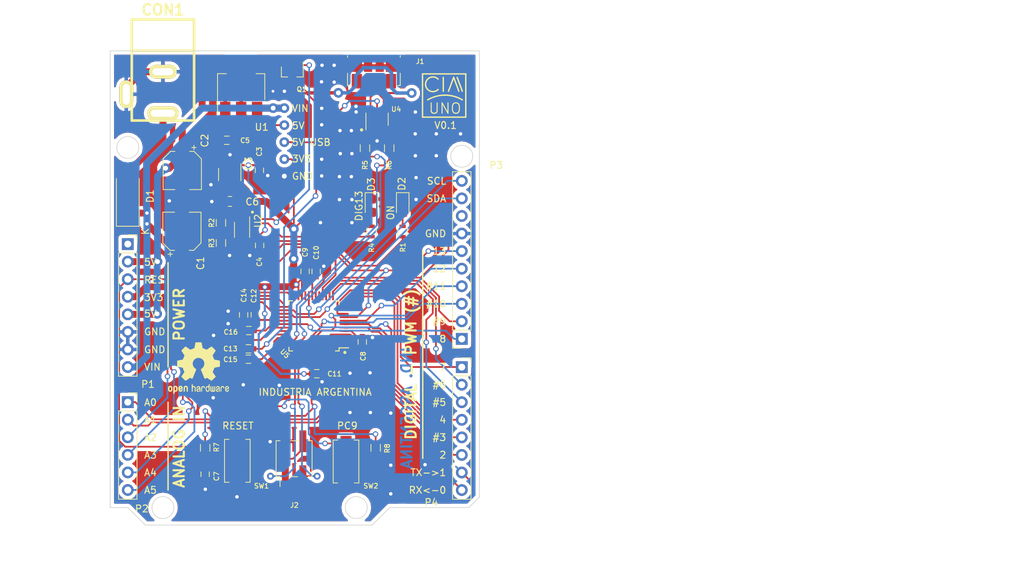
<source format=kicad_pcb>
(kicad_pcb (version 20171130) (host pcbnew 5.0.0-fee4fd1~66~ubuntu16.04.1)
  (title_block (title CIAA-UNO) (date 2018-11-18) (rev V0.2) (company "Lucas Dórdolo"))
  (layers (0 F.Cu signal) (31 B.Cu signal) (34 B.Paste user) (35 F.Paste user) (36 B.SilkS user) (37 F.SilkS user) (38 B.Mask user) (39 F.Mask user) (44 Edge.Cuts user))
  (net 0 "")
  (net 1 GND)
  (net 2 USBVCC)
  (net 3 "/USB Interface/B_USB-")
  (net 4 "/USB Interface/B_USB+")
  (net 5 "Net-(J1-Pad4)")
  (net 6 "Net-(J1-Pad6)")
  (net 7 "Net-(R5-Pad1)")
  (net 8 "Net-(R6-Pad1)")
  (net 9 3V3_LDO)
  (net 10 "Net-(Q1-Pad1)")
  (net 11 5V_LDO)
  (net 12 "Net-(R2-Pad1)")
  (net 13 "Net-(D2-Pad2)")
  (net 14 Vin)
  (net 15 "Net-(R4-Pad1)")
  (net 16 "Net-(D3-Pad2)")
  (net 17 "Net-(C15-Pad1)")
  (net 18 "Net-(C16-Pad1)")
  (net 19 "Net-(U3-Pad4)")
  (net 20 "Net-(P3-Pad8)")
  (net 21 "Net-(P1-Pad1)")
  (net 22 /EFM32HG-48LQFP/PC9)
  (net 23 /EFM32HG-48LQFP/328P_RESET)
  (net 24 /EFM32HG-48LQFP/USB_D+)
  (net 25 /EFM32HG-48LQFP/USB_D-)
  (net 26 /EFM32HG-48LQFP/ARD_DIG10/SPI_SS)
  (net 27 /EFM32HG-48LQFP/PF0/SWCLK)
  (net 28 /EFM32HG-48LQFP/PA0)
  (net 29 /EFM32HG-48LQFP/PA1)
  (net 30 /EFM32HG-48LQFP/PA2)
  (net 31 /EFM32HG-48LQFP/ARD_DIG1)
  (net 32 /EFM32HG-48LQFP/ARD_DIG0)
  (net 33 /EFM32HG-48LQFP/ARD_DIG12/SPI_MISO)
  (net 34 /EFM32HG-48LQFP/ARD_DIG13/SPI_SCK)
  (net 35 /EFM32HG-48LQFP/ARD_DIG3)
  (net 36 /EFM32HG-48LQFP/ARD_DIG4)
  (net 37 /EFM32HG-48LQFP/ARD_DIG5)
  (net 38 /EFM32HG-48LQFP/ARD_DIG6)
  (net 39 /EFM32HG-48LQFP/ARD_DIG7)
  (net 40 /EFM32HG-48LQFP/PB11)
  (net 41 /EFM32HG-48LQFP/ARD_DIG2)
  (net 42 /EFM32HG-48LQFP/PB14)
  (net 43 /EFM32HG-48LQFP/ARD_AN2)
  (net 44 /EFM32HG-48LQFP/ARD_AN3)
  (net 45 /EFM32HG-48LQFP/ARD_AN5/SCL)
  (net 46 /EFM32HG-48LQFP/ARD_AN4/SDA)
  (net 47 /EFM32HG-48LQFP/ARD_DIG8)
  (net 48 /EFM32HG-48LQFP/PC10)
  (net 49 /EFM32HG-48LQFP/ARD_DIG11/SPI_MOSI)
  (net 50 /EFM32HG-48LQFP/PF3)
  (net 51 /EFM32HG-48LQFP/PF4)
  (net 52 /EFM32HG-48LQFP/PF5)
  (net 53 /EFM32HG-48LQFP/PE10)
  (net 54 /EFM32HG-48LQFP/PE11)
  (net 55 /EFM32HG-48LQFP/ARD_AN0)
  (net 56 /EFM32HG-48LQFP/ARD_AN1)
  (net 57 /EFM32HG-48LQFP/ARD_DIG9)
  (net 58 "Net-(CON1-Pad1)")
  (module Fiducial:Fiducial_0.5mm_Dia_1mm_Outer (layer F.Cu) (at 107.2642 96.3676)
    (fp_text reference F2 hide)
    (fp_text value Fiducial)
    (pad ~ smd circle (at 0 0) (size 0.5 0.5) (layers F.Cu F.Mask) (clearance 0.25))
  )
  (module Fiducial:Fiducial_0.5mm_Dia_1mm_Outer (layer F.Cu) (at 142.7988 32.258)
    (fp_text reference F1 hide)
    (fp_text value Fiducial)
    (pad ~ smd circle (at 0 0) (size 0.5 0.5) (layers F.Cu F.Mask) (clearance 0.25))
  )
  (module Fiducial:Fiducial_0.5mm_Dia_1mm_Outer (layer F.Cu) (at 133.6294 95.2246)
    (fp_text reference F3 hide)
    (fp_text value Fiducial)
    (pad ~ smd circle (at 0 0) (size 0.5 0.5) (layers F.Cu F.Mask) (clearance 0.25))
  )
  (module footprints:dc_socket (layer F.Cu) (at 99.06 33.2486 180)
    (fp_text reference CON1 (at 0 8.6995 180) (layer F.SilkS) (effects (font (size 1.524 1.524) (thickness 0.3048))))
    (fp_text value BARREL_JACK hide)
    (pad MP thru_hole oval (at 5.30098 -3.50012 180) (size 1.99898 4.0005) (drill oval 1.00076 2.99974) (layers *.Cu *.Mask F.SilkS) (net 1 GND))
    (pad 2 thru_hole oval (at 0 -0.24892 180) (size 4.0005 1.99898) (drill oval 2.99974 1.00076) (layers *.Cu *.Mask F.SilkS) (net 1 GND))
    (pad 1 thru_hole oval (at 0 -6.25094 180) (size 4.50088 1.99898) (drill oval 3.50012 1.00076) (layers *.Cu *.Mask F.SilkS) (net 58 "Net-(CON1-Pad1)"))
  )
  (module footprints:Pin_Header_Straight_2x02_Pitch2.54mm_SMD (layer F.Cu) (at 118.012 89.463 90)
    (fp_text reference J2 (at -6.7268 0.0472) (layer F.SilkS) (effects (font (size 0.7 0.7) (thickness 0.13))))
    (fp_text value SWD)
    (pad 4 smd rect (at 2.525 1.27 90) (size 3.15 1) (layers F.Cu F.Paste F.Mask) (net 23 /EFM32HG-48LQFP/328P_RESET))
    (pad 3 smd rect (at -2.525 1.27 90) (size 3.15 1) (layers F.Cu F.Paste F.Mask) (net 26 /EFM32HG-48LQFP/ARD_DIG10/SPI_SS))
    (pad 2 smd rect (at 2.525 -1.27 90) (size 3.15 1) (layers F.Cu F.Paste F.Mask) (net 1 GND))
    (pad 1 smd rect (at -2.525 -1.27 90) (size 3.15 1) (layers F.Cu F.Paste F.Mask) (net 27 /EFM32HG-48LQFP/PF0/SWCLK))
  )
  (module Connector_PinSocket_2.54mm:PinSocket_1x06_P2.54mm_Vertical (layer F.Cu) (at 93.98 81.28)
    (fp_text reference P2 (at 2.032 15.4178) (layer F.SilkS))
    (fp_text value "Analog Header")
    (pad 6 thru_hole oval (at 0 12.7) (size 1.7 1.7) (drill 1) (layers *.Cu *.Mask) (net 45 /EFM32HG-48LQFP/ARD_AN5/SCL))
    (pad 5 thru_hole oval (at 0 10.16) (size 1.7 1.7) (drill 1) (layers *.Cu *.Mask) (net 46 /EFM32HG-48LQFP/ARD_AN4/SDA))
    (pad 4 thru_hole oval (at 0 7.62) (size 1.7 1.7) (drill 1) (layers *.Cu *.Mask) (net 44 /EFM32HG-48LQFP/ARD_AN3))
    (pad 3 thru_hole oval (at 0 5.08) (size 1.7 1.7) (drill 1) (layers *.Cu *.Mask) (net 43 /EFM32HG-48LQFP/ARD_AN2))
    (pad 2 thru_hole oval (at 0 2.54) (size 1.7 1.7) (drill 1) (layers *.Cu *.Mask) (net 56 /EFM32HG-48LQFP/ARD_AN1))
    (pad 1 thru_hole rect (at 0 0) (size 1.7 1.7) (drill 1) (layers *.Cu *.Mask) (net 55 /EFM32HG-48LQFP/ARD_AN0))
  )
  (module Connector_PinSocket_2.54mm:PinSocket_1x08_P2.54mm_Vertical (layer F.Cu) (at 93.98 58.42)
    (fp_text reference P1 (at 2.921 20.2692) (layer F.SilkS))
    (fp_text value "Power Header")
    (pad 8 thru_hole oval (at 0 17.78) (size 1.7 1.7) (drill 1) (layers *.Cu *.Mask) (net 14 Vin))
    (pad 7 thru_hole oval (at 0 15.24) (size 1.7 1.7) (drill 1) (layers *.Cu *.Mask) (net 1 GND))
    (pad 6 thru_hole oval (at 0 12.7) (size 1.7 1.7) (drill 1) (layers *.Cu *.Mask) (net 1 GND))
    (pad 5 thru_hole oval (at 0 10.16) (size 1.7 1.7) (drill 1) (layers *.Cu *.Mask) (net 11 5V_LDO))
    (pad 4 thru_hole oval (at 0 7.62) (size 1.7 1.7) (drill 1) (layers *.Cu *.Mask) (net 9 3V3_LDO))
    (pad 3 thru_hole oval (at 0 5.08) (size 1.7 1.7) (drill 1) (layers *.Cu *.Mask) (net 23 /EFM32HG-48LQFP/328P_RESET))
    (pad 2 thru_hole oval (at 0 2.54) (size 1.7 1.7) (drill 1) (layers *.Cu *.Mask) (net 11 5V_LDO))
    (pad 1 thru_hole rect (at 0 0) (size 1.7 1.7) (drill 1) (layers *.Cu *.Mask) (net 21 "Net-(P1-Pad1)"))
  )
  (module Connector_PinSocket_2.54mm:PinSocket_1x08_P2.54mm_Vertical (layer F.Cu) (at 142.24 76.2127)
    (fp_text reference P4 (at -4.3942 19.558) (layer F.SilkS))
    (fp_text value "Digital Header 01")
    (pad 8 thru_hole oval (at 0 17.78) (size 1.7 1.7) (drill 1) (layers *.Cu *.Mask) (net 32 /EFM32HG-48LQFP/ARD_DIG0))
    (pad 7 thru_hole oval (at 0 15.24) (size 1.7 1.7) (drill 1) (layers *.Cu *.Mask) (net 31 /EFM32HG-48LQFP/ARD_DIG1))
    (pad 6 thru_hole oval (at 0 12.7) (size 1.7 1.7) (drill 1) (layers *.Cu *.Mask) (net 41 /EFM32HG-48LQFP/ARD_DIG2))
    (pad 5 thru_hole oval (at 0 10.16) (size 1.7 1.7) (drill 1) (layers *.Cu *.Mask) (net 35 /EFM32HG-48LQFP/ARD_DIG3))
    (pad 4 thru_hole oval (at 0 7.62) (size 1.7 1.7) (drill 1) (layers *.Cu *.Mask) (net 36 /EFM32HG-48LQFP/ARD_DIG4))
    (pad 3 thru_hole oval (at 0 5.08) (size 1.7 1.7) (drill 1) (layers *.Cu *.Mask) (net 37 /EFM32HG-48LQFP/ARD_DIG5))
    (pad 2 thru_hole oval (at 0 2.54) (size 1.7 1.7) (drill 1) (layers *.Cu *.Mask) (net 38 /EFM32HG-48LQFP/ARD_DIG6))
    (pad 1 thru_hole rect (at 0 0) (size 1.7 1.7) (drill 1) (layers *.Cu *.Mask) (net 39 /EFM32HG-48LQFP/ARD_DIG7))
  )
  (module Connector_PinSocket_2.54mm:PinSocket_1x10_P2.54mm_Vertical (layer F.Cu) (at 142.24 72.136 180)
    (fp_text reference P3 (at -4.9784 25.1206 180) (layer F.SilkS))
    (fp_text value "Digital Header 02")
    (pad 10 thru_hole oval (at 0 22.86 180) (size 1.7 1.7) (drill 1) (layers *.Cu *.Mask) (net 45 /EFM32HG-48LQFP/ARD_AN5/SCL))
    (pad 9 thru_hole oval (at 0 20.32 180) (size 1.7 1.7) (drill 1) (layers *.Cu *.Mask) (net 46 /EFM32HG-48LQFP/ARD_AN4/SDA))
    (pad 8 thru_hole oval (at 0 17.78 180) (size 1.7 1.7) (drill 1) (layers *.Cu *.Mask) (net 20 "Net-(P3-Pad8)"))
    (pad 7 thru_hole oval (at 0 15.24 180) (size 1.7 1.7) (drill 1) (layers *.Cu *.Mask) (net 1 GND))
    (pad 6 thru_hole oval (at 0 12.7 180) (size 1.7 1.7) (drill 1) (layers *.Cu *.Mask) (net 34 /EFM32HG-48LQFP/ARD_DIG13/SPI_SCK))
    (pad 5 thru_hole oval (at 0 10.16 180) (size 1.7 1.7) (drill 1) (layers *.Cu *.Mask) (net 33 /EFM32HG-48LQFP/ARD_DIG12/SPI_MISO))
    (pad 4 thru_hole oval (at 0 7.62 180) (size 1.7 1.7) (drill 1) (layers *.Cu *.Mask) (net 49 /EFM32HG-48LQFP/ARD_DIG11/SPI_MOSI))
    (pad 3 thru_hole oval (at 0 5.08 180) (size 1.7 1.7) (drill 1) (layers *.Cu *.Mask) (net 26 /EFM32HG-48LQFP/ARD_DIG10/SPI_SS))
    (pad 2 thru_hole oval (at 0 2.54 180) (size 1.7 1.7) (drill 1) (layers *.Cu *.Mask) (net 57 /EFM32HG-48LQFP/ARD_DIG9))
    (pad 1 thru_hole rect (at 0 0 180) (size 1.7 1.7) (drill 1) (layers *.Cu *.Mask) (net 47 /EFM32HG-48LQFP/ARD_DIG8))
  )
  (module Capacitor_SMD:CP_Elec_5x5.3 (layer F.Cu) (at 101.8032 56.5658 90)
    (fp_text reference C1 (at -4.6228 2.6924 90) (layer F.SilkS))
    (fp_text value 47uF)
    (pad 2 smd rect (at 2.2 0 90) (size 3 1.6) (layers F.Cu F.Paste F.Mask) (net 1 GND))
    (pad 1 smd rect (at -2.2 0 90) (size 3 1.6) (layers F.Cu F.Paste F.Mask) (net 14 Vin))
  )
  (module Capacitor_SMD:CP_Elec_5x5.3 (layer F.Cu) (at 101.854 47.7774 270)
    (fp_text reference C2 (at -4.318 -3.2512 270) (layer F.SilkS))
    (fp_text value 47uF)
    (pad 2 smd rect (at 2.2 0 270) (size 3 1.6) (layers F.Cu F.Paste F.Mask) (net 1 GND))
    (pad 1 smd rect (at -2.2 0 270) (size 3 1.6) (layers F.Cu F.Paste F.Mask) (net 11 5V_LDO))
  )
  (module Capacitor_SMD:C_0805_2012Metric_Pad1.15x1.40mm_HandSolder (layer F.Cu) (at 108.75 52.25 180)
    (fp_text reference C6 (at -3.2132 -0.0486 180) (layer F.SilkS))
    (fp_text value 2.2uF)
    (pad 2 smd roundrect (at 1.025 0 180) (size 1.15 1.4) (layers F.Cu F.Paste F.Mask) (roundrect_rratio 0.217391) (net 1 GND))
    (pad 1 smd roundrect (at -1.025 0 180) (size 1.15 1.4) (layers F.Cu F.Paste F.Mask) (roundrect_rratio 0.217391) (net 9 3V3_LDO))
  )
  (module Diode_SMD:D_SMA_Handsoldering (layer F.Cu) (at 93.98 51.435 90)
    (fp_text reference D1 (at -0.0508 3.2258 90) (layer F.SilkS))
    (fp_text value DIODE)
    (pad 2 smd rect (at 2.5 0 90) (size 3.5 1.8) (layers F.Cu F.Paste F.Mask) (net 58 "Net-(CON1-Pad1)"))
    (pad 1 smd rect (at -2.5 0 90) (size 3.5 1.8) (layers F.Cu F.Paste F.Mask) (net 14 Vin))
  )
  (module LED_SMD:LED_0805_2012Metric_Castellated (layer F.Cu) (at 133.7056 52.8701 270)
    (fp_text reference D2 (at -3.1623 0.127 270) (layer F.SilkS))
    (fp_text value LED)
    (pad 2 smd roundrect (at 0.9625 0 270) (size 1.325 1.3) (layers F.Cu F.Paste F.Mask) (roundrect_rratio 0.192308) (net 13 "Net-(D2-Pad2)"))
    (pad 1 smd roundrect (at -0.9625 0 270) (size 1.325 1.3) (layers F.Cu F.Paste F.Mask) (roundrect_rratio 0.192308) (net 1 GND))
  )
  (module LED_SMD:LED_0805_2012Metric_Castellated (layer F.Cu) (at 129.1971 52.8701 270)
    (fp_text reference D3 (at -3.0861 0.0381 270) (layer F.SilkS))
    (fp_text value LED)
    (pad 2 smd roundrect (at 0.9625 0 270) (size 1.325 1.3) (layers F.Cu F.Paste F.Mask) (roundrect_rratio 0.192308) (net 16 "Net-(D3-Pad2)"))
    (pad 1 smd roundrect (at -0.9625 0 270) (size 1.325 1.3) (layers F.Cu F.Paste F.Mask) (roundrect_rratio 0.192308) (net 1 GND))
  )
  (module Package_SO:VSSOP-8_2.3x2mm_P0.5mm (layer F.Cu) (at 110.49 56.36 270)
    (fp_text reference U2 (at -1.2928 -2.3368 270) (layer F.SilkS))
    (fp_text value LMV358IDGKR)
    (pad 8 smd rect (at 1.55 -0.75 180) (size 0.3 0.8) (layers F.Cu F.Paste F.Mask) (net 11 5V_LDO))
    (pad 7 smd rect (at 1.55 -0.25 180) (size 0.3 0.8) (layers F.Cu F.Paste F.Mask) (net 15 "Net-(R4-Pad1)"))
    (pad 6 smd rect (at 1.55 0.25 180) (size 0.3 0.8) (layers F.Cu F.Paste F.Mask) (net 15 "Net-(R4-Pad1)"))
    (pad 5 smd rect (at 1.55 0.75 180) (size 0.3 0.8) (layers F.Cu F.Paste F.Mask) (net 34 /EFM32HG-48LQFP/ARD_DIG13/SPI_SCK))
    (pad 4 smd rect (at -1.55 0.75 180) (size 0.3 0.8) (layers F.Cu F.Paste F.Mask) (net 1 GND))
    (pad 3 smd rect (at -1.55 0.25 180) (size 0.3 0.8) (layers F.Cu F.Paste F.Mask) (net 12 "Net-(R2-Pad1)"))
    (pad 2 smd rect (at -1.55 -0.25 180) (size 0.3 0.8) (layers F.Cu F.Paste F.Mask) (net 9 3V3_LDO))
    (pad 1 smd rect (at -1.55 -0.75 180) (size 0.3 0.8) (layers F.Cu F.Paste F.Mask) (net 10 "Net-(Q1-Pad1)"))
  )
  (module Package_TO_SOT_SMD:SOT-223-3_TabPin2 (layer F.Cu) (at 110.363 35.687 90)
    (fp_text reference U1 (at -5.8166 2.9718 180) (layer F.SilkS))
    (fp_text value LD1117S50TR)
    (pad 1 smd rect (at -3.15 -2.3 90) (size 2 1.5) (layers F.Cu F.Paste F.Mask) (net 1 GND))
    (pad 3 smd rect (at -3.15 2.3 90) (size 2 1.5) (layers F.Cu F.Paste F.Mask) (net 14 Vin))
    (pad 2 smd rect (at -3.15 0 90) (size 2 1.5) (layers F.Cu F.Paste F.Mask) (net 11 5V_LDO))
    (pad 2 smd rect (at 3.15 0 90) (size 2 3.8) (layers F.Cu F.Paste F.Mask) (net 11 5V_LDO))
  )
  (module Package_TO_SOT_SMD:SOT-23-5_HandSoldering (layer F.Cu) (at 108.712 48.359 270)
    (fp_text reference U3 (at -1.5722 -2.7432 270) (layer F.SilkS))
    (fp_text value LP2985-33DBVR)
    (pad 5 smd rect (at 1.35 -0.95 270) (size 1.56 0.65) (layers F.Cu F.Paste F.Mask) (net 9 3V3_LDO))
    (pad 4 smd rect (at 1.35 0.95 270) (size 1.56 0.65) (layers F.Cu F.Paste F.Mask) (net 19 "Net-(U3-Pad4)"))
    (pad 3 smd rect (at -1.35 0.95 270) (size 1.56 0.65) (layers F.Cu F.Paste F.Mask) (net 11 5V_LDO))
    (pad 2 smd rect (at -1.35 0 270) (size 1.56 0.65) (layers F.Cu F.Paste F.Mask) (net 1 GND))
    (pad 1 smd rect (at -1.35 -0.95 270) (size 1.56 0.65) (layers F.Cu F.Paste F.Mask) (net 11 5V_LDO))
  )
  (module footprints:C_0603 (layer F.Cu) (at 121.1961 62.3697 270)
    (fp_text reference C10 (at -2.7051 -0.0127 270) (layer F.SilkS) (effects (font (size 0.7 0.7) (thickness 0.13))))
    (fp_text value 100n)
    (pad 2 smd rect (at 0.75 0 270) (size 0.8 0.75) (layers F.Cu F.Paste F.Mask) (net 9 3V3_LDO))
    (pad 1 smd rect (at -0.75 0 270) (size 0.8 0.75) (layers F.Cu F.Paste F.Mask) (net 1 GND))
  )
  (module footprints:C_0603 (layer F.Cu) (at 113.0046 47.752 270)
    (fp_text reference C3 (at -2.6924 0.0254 270) (layer F.SilkS) (effects (font (size 0.7 0.7) (thickness 0.13))))
    (fp_text value "0.1 uF")
    (pad 2 smd rect (at 0.75 0 270) (size 0.8 0.75) (layers F.Cu F.Paste F.Mask) (net 1 GND))
    (pad 1 smd rect (at -0.75 0 270) (size 0.8 0.75) (layers F.Cu F.Paste F.Mask) (net 11 5V_LDO))
  )
  (module footprints:C_0603 (layer F.Cu) (at 108.2802 43.4086 180)
    (fp_text reference C5 (at -2.6416 -0.0254 180) (layer F.SilkS) (effects (font (size 0.7 0.7) (thickness 0.13))))
    (fp_text value 1uF)
    (pad 2 smd rect (at 0.75 0 180) (size 0.8 0.75) (layers F.Cu F.Paste F.Mask) (net 1 GND))
    (pad 1 smd rect (at -0.75 0 180) (size 0.8 0.75) (layers F.Cu F.Paste F.Mask) (net 11 5V_LDO))
  )
  (module footprints:C_0603 (layer F.Cu) (at 113.03 58.6232 90)
    (fp_text reference C4 (at -2.3622 -0.0254 90) (layer F.SilkS) (effects (font (size 0.7 0.7) (thickness 0.13))))
    (fp_text value "0.1 uF")
    (pad 2 smd rect (at 0.75 0 90) (size 0.8 0.75) (layers F.Cu F.Paste F.Mask) (net 11 5V_LDO))
    (pad 1 smd rect (at -0.75 0 90) (size 0.8 0.75) (layers F.Cu F.Paste F.Mask) (net 1 GND))
  )
  (module footprints:C_0603 (layer F.Cu) (at 105.156 91.7067 90)
    (fp_text reference C7 (at -0.2933 1.644 90) (layer F.SilkS) (effects (font (size 0.7 0.7) (thickness 0.13))))
    (fp_text value 1u)
    (pad 2 smd rect (at 0.75 0 90) (size 0.8 0.75) (layers F.Cu F.Paste F.Mask) (net 23 /EFM32HG-48LQFP/328P_RESET))
    (pad 1 smd rect (at -0.75 0 90) (size 0.8 0.75) (layers F.Cu F.Paste F.Mask) (net 1 GND))
  )
  (module footprints:C_0603 (layer F.Cu) (at 127.8636 72.5678 90)
    (fp_text reference C8 (at -2.07 0.12 90) (layer F.SilkS) (effects (font (size 0.7 0.7) (thickness 0.13))))
    (fp_text value 100n)
    (pad 2 smd rect (at 0.75 0 90) (size 0.8 0.75) (layers F.Cu F.Paste F.Mask) (net 1 GND))
    (pad 1 smd rect (at -0.75 0 90) (size 0.8 0.75) (layers F.Cu F.Paste F.Mask) (net 9 3V3_LDO))
  )
  (module footprints:C_0603 (layer F.Cu) (at 121.285 77.1652 180)
    (fp_text reference C11 (at -2.5654 -0.0254 180) (layer F.SilkS) (effects (font (size 0.7 0.7) (thickness 0.13))))
    (fp_text value 100n)
    (pad 2 smd rect (at 0.75 0 180) (size 0.8 0.75) (layers F.Cu F.Paste F.Mask) (net 9 3V3_LDO))
    (pad 1 smd rect (at -0.75 0 180) (size 0.8 0.75) (layers F.Cu F.Paste F.Mask) (net 1 GND))
  )
  (module footprints:C_0603 (layer F.Cu) (at 112.4077 68.6435 90)
    (fp_text reference C12 (at 2.7305 -0.2159 90) (layer F.SilkS) (effects (font (size 0.7 0.7) (thickness 0.13))))
    (fp_text value 100n)
    (pad 2 smd rect (at 0.75 0 90) (size 0.8 0.75) (layers F.Cu F.Paste F.Mask) (net 1 GND))
    (pad 1 smd rect (at -0.75 0 90) (size 0.8 0.75) (layers F.Cu F.Paste F.Mask) (net 9 3V3_LDO))
  )
  (module footprints:C_0603 (layer F.Cu) (at 111.4171 73.5711 180)
    (fp_text reference C13 (at 2.6035 0.0127 180) (layer F.SilkS) (effects (font (size 0.7 0.7) (thickness 0.13))))
    (fp_text value 4.7u)
    (pad 2 smd rect (at 0.75 0 180) (size 0.8 0.75) (layers F.Cu F.Paste F.Mask) (net 1 GND))
    (pad 1 smd rect (at -0.75 0 180) (size 0.8 0.75) (layers F.Cu F.Paste F.Mask) (net 2 USBVCC))
  )
  (module footprints:C_0603 (layer F.Cu) (at 110.7179 68.6562 90)
    (fp_text reference C14 (at 2.8194 0.0261 90) (layer F.SilkS) (effects (font (size 0.7 0.7) (thickness 0.13))))
    (fp_text value 10u)
    (pad 2 smd rect (at 0.75 0 90) (size 0.8 0.75) (layers F.Cu F.Paste F.Mask) (net 1 GND))
    (pad 1 smd rect (at -0.75 0 90) (size 0.8 0.75) (layers F.Cu F.Paste F.Mask) (net 9 3V3_LDO))
  )
  (module footprints:C_0603 (layer F.Cu) (at 111.4171 75.0697 180)
    (fp_text reference C15 (at 2.6035 -0.0381 180) (layer F.SilkS) (effects (font (size 0.7 0.7) (thickness 0.13))))
    (fp_text value 1u)
    (pad 2 smd rect (at 0.75 0 180) (size 0.8 0.75) (layers F.Cu F.Paste F.Mask) (net 1 GND))
    (pad 1 smd rect (at -0.75 0 180) (size 0.8 0.75) (layers F.Cu F.Paste F.Mask) (net 17 "Net-(C15-Pad1)"))
  )
  (module footprints:C_0603 (layer F.Cu) (at 111.4679 70.9295 180)
    (fp_text reference C16 (at 2.6035 -0.2159 180) (layer F.SilkS) (effects (font (size 0.7 0.7) (thickness 0.13))))
    (fp_text value 1u)
    (pad 2 smd rect (at 0.75 0 180) (size 0.8 0.75) (layers F.Cu F.Paste F.Mask) (net 1 GND))
    (pad 1 smd rect (at -0.75 0 180) (size 0.8 0.75) (layers F.Cu F.Paste F.Mask) (net 18 "Net-(C16-Pad1)"))
  )
  (module footprints:C_0603 (layer F.Cu) (at 119.5959 62.357 90)
    (fp_text reference C9 (at 2.7432 0.0127 90) (layer F.SilkS) (effects (font (size 0.7 0.7) (thickness 0.13))))
    (fp_text value 100n)
    (pad 2 smd rect (at 0.75 0 90) (size 0.8 0.75) (layers F.Cu F.Paste F.Mask) (net 1 GND))
    (pad 1 smd rect (at -0.75 0 90) (size 0.8 0.75) (layers F.Cu F.Paste F.Mask) (net 9 3V3_LDO))
  )
  (module footprints:LQFP-48_7x7mm_Pitch0.5mm (layer F.Cu) (at 120.887 70.248 180)
    (fp_text reference U5 (at 4.207285 -4.023438 315) (layer F.SilkS) (effects (font (size 0.7 0.7) (thickness 0.13))))
    (fp_text value EFM32HG-48LQFP)
    (pad 1 smd rect (at -4.35 -2.75 180) (size 1.3 0.25) (layers F.Cu F.Paste F.Mask) (net 28 /EFM32HG-48LQFP/PA0))
    (pad 2 smd rect (at -4.35 -2.25 180) (size 1.3 0.25) (layers F.Cu F.Paste F.Mask) (net 29 /EFM32HG-48LQFP/PA1))
    (pad 3 smd rect (at -4.35 -1.749999 180) (size 1.3 0.25) (layers F.Cu F.Paste F.Mask) (net 30 /EFM32HG-48LQFP/PA2))
    (pad 4 smd rect (at -4.35 -1.25 180) (size 1.3 0.25) (layers F.Cu F.Paste F.Mask) (net 9 3V3_LDO))
    (pad 5 smd rect (at -4.35 -0.750001 180) (size 1.3 0.25) (layers F.Cu F.Paste F.Mask) (net 1 GND))
    (pad 6 smd rect (at -4.35 -0.25 180) (size 1.3 0.25) (layers F.Cu F.Paste F.Mask) (net 31 /EFM32HG-48LQFP/ARD_DIG1))
    (pad 7 smd rect (at -4.35 0.25 180) (size 1.3 0.25) (layers F.Cu F.Paste F.Mask) (net 32 /EFM32HG-48LQFP/ARD_DIG0))
    (pad 8 smd rect (at -4.35 0.750001 180) (size 1.3 0.25) (layers F.Cu F.Paste F.Mask) (net 33 /EFM32HG-48LQFP/ARD_DIG12/SPI_MISO))
    (pad 9 smd rect (at -4.35 1.25 180) (size 1.3 0.25) (layers F.Cu F.Paste F.Mask) (net 34 /EFM32HG-48LQFP/ARD_DIG13/SPI_SCK))
    (pad 10 smd rect (at -4.35 1.749999 180) (size 1.3 0.25) (layers F.Cu F.Paste F.Mask) (net 39 /EFM32HG-48LQFP/ARD_DIG7))
    (pad 11 smd rect (at -4.35 2.25 180) (size 1.3 0.25) (layers F.Cu F.Paste F.Mask) (net 35 /EFM32HG-48LQFP/ARD_DIG3))
    (pad 12 smd rect (at -4.35 2.75 180) (size 1.3 0.25) (layers F.Cu F.Paste F.Mask) (net 36 /EFM32HG-48LQFP/ARD_DIG4))
    (pad 13 smd rect (at -2.75 4.35 270) (size 1.3 0.25) (layers F.Cu F.Paste F.Mask) (net 37 /EFM32HG-48LQFP/ARD_DIG5))
    (pad 14 smd rect (at -2.25 4.35 270) (size 1.3 0.25) (layers F.Cu F.Paste F.Mask) (net 38 /EFM32HG-48LQFP/ARD_DIG6))
    (pad 15 smd rect (at -1.749999 4.35 270) (size 1.3 0.25) (layers F.Cu F.Paste F.Mask) (net 57 /EFM32HG-48LQFP/ARD_DIG9))
    (pad 16 smd rect (at -1.25 4.35 270) (size 1.3 0.25) (layers F.Cu F.Paste F.Mask) (net 23 /EFM32HG-48LQFP/328P_RESET))
    (pad 17 smd rect (at -0.750001 4.35 270) (size 1.3 0.25) (layers F.Cu F.Paste F.Mask) (net 40 /EFM32HG-48LQFP/PB11))
    (pad 18 smd rect (at -0.25 4.35 270) (size 1.3 0.25) (layers F.Cu F.Paste F.Mask) (net 1 GND))
    (pad 19 smd rect (at 0.25 4.35 270) (size 1.3 0.25) (layers F.Cu F.Paste F.Mask) (net 9 3V3_LDO))
    (pad 20 smd rect (at 0.750001 4.35 270) (size 1.3 0.25) (layers F.Cu F.Paste F.Mask) (net 41 /EFM32HG-48LQFP/ARD_DIG2))
    (pad 21 smd rect (at 1.25 4.35 270) (size 1.3 0.25) (layers F.Cu F.Paste F.Mask) (net 42 /EFM32HG-48LQFP/PB14))
    (pad 22 smd rect (at 1.749999 4.35 270) (size 1.3 0.25) (layers F.Cu F.Paste F.Mask) (net 9 3V3_LDO))
    (pad 23 smd rect (at 2.25 4.35 270) (size 1.3 0.25) (layers F.Cu F.Paste F.Mask) (net 9 3V3_LDO))
    (pad 24 smd rect (at 2.75 4.35 270) (size 1.3 0.25) (layers F.Cu F.Paste F.Mask) (net 43 /EFM32HG-48LQFP/ARD_AN2))
    (pad 25 smd rect (at 4.35 2.75 180) (size 1.3 0.25) (layers F.Cu F.Paste F.Mask) (net 44 /EFM32HG-48LQFP/ARD_AN3))
    (pad 26 smd rect (at 4.35 2.25 180) (size 1.3 0.25) (layers F.Cu F.Paste F.Mask) (net 45 /EFM32HG-48LQFP/ARD_AN5/SCL))
    (pad 27 smd rect (at 4.35 1.749999 180) (size 1.3 0.25) (layers F.Cu F.Paste F.Mask) (net 46 /EFM32HG-48LQFP/ARD_AN4/SDA))
    (pad 28 smd rect (at 4.35 1.25 180) (size 1.3 0.25) (layers F.Cu F.Paste F.Mask) (net 9 3V3_LDO))
    (pad 29 smd rect (at 4.35 0.750001 180) (size 1.3 0.25) (layers F.Cu F.Paste F.Mask) (net 18 "Net-(C16-Pad1)"))
    (pad 30 smd rect (at 4.35 0.25 180) (size 1.3 0.25) (layers F.Cu F.Paste F.Mask) (net 47 /EFM32HG-48LQFP/ARD_DIG8))
    (pad 31 smd rect (at 4.35 -0.25 180) (size 1.3 0.25) (layers F.Cu F.Paste F.Mask) (net 22 /EFM32HG-48LQFP/PC9))
    (pad 32 smd rect (at 4.35 -0.750001 180) (size 1.3 0.25) (layers F.Cu F.Paste F.Mask) (net 48 /EFM32HG-48LQFP/PC10))
    (pad 33 smd rect (at 4.35 -1.25 180) (size 1.3 0.25) (layers F.Cu F.Paste F.Mask) (net 2 USBVCC))
    (pad 34 smd rect (at 4.35 -1.749999 180) (size 1.3 0.25) (layers F.Cu F.Paste F.Mask) (net 17 "Net-(C15-Pad1)"))
    (pad 35 smd rect (at 4.35 -2.25 180) (size 1.3 0.25) (layers F.Cu F.Paste F.Mask) (net 25 /EFM32HG-48LQFP/USB_D-))
    (pad 36 smd rect (at 4.35 -2.75 180) (size 1.3 0.25) (layers F.Cu F.Paste F.Mask) (net 24 /EFM32HG-48LQFP/USB_D+))
    (pad 37 smd rect (at 2.75 -4.35 270) (size 1.3 0.25) (layers F.Cu F.Paste F.Mask) (net 27 /EFM32HG-48LQFP/PF0/SWCLK))
    (pad 38 smd rect (at 2.25 -4.35 270) (size 1.3 0.25) (layers F.Cu F.Paste F.Mask) (net 26 /EFM32HG-48LQFP/ARD_DIG10/SPI_SS))
    (pad 39 smd rect (at 1.749999 -4.35 270) (size 1.3 0.25) (layers F.Cu F.Paste F.Mask) (net 49 /EFM32HG-48LQFP/ARD_DIG11/SPI_MOSI))
    (pad 40 smd rect (at 1.25 -4.35 270) (size 1.3 0.25) (layers F.Cu F.Paste F.Mask) (net 50 /EFM32HG-48LQFP/PF3))
    (pad 41 smd rect (at 0.750001 -4.35 270) (size 1.3 0.25) (layers F.Cu F.Paste F.Mask) (net 51 /EFM32HG-48LQFP/PF4))
    (pad 42 smd rect (at 0.25 -4.35 270) (size 1.3 0.25) (layers F.Cu F.Paste F.Mask) (net 52 /EFM32HG-48LQFP/PF5))
    (pad 43 smd rect (at -0.25 -4.35 270) (size 1.3 0.25) (layers F.Cu F.Paste F.Mask) (net 9 3V3_LDO))
    (pad 44 smd rect (at -0.750001 -4.35 270) (size 1.3 0.25) (layers F.Cu F.Paste F.Mask) (net 1 GND))
    (pad 45 smd rect (at -1.25 -4.35 270) (size 1.3 0.25) (layers F.Cu F.Paste F.Mask) (net 53 /EFM32HG-48LQFP/PE10))
    (pad 46 smd rect (at -1.749999 -4.35 270) (size 1.3 0.25) (layers F.Cu F.Paste F.Mask) (net 54 /EFM32HG-48LQFP/PE11))
    (pad 47 smd rect (at -2.25 -4.35 270) (size 1.3 0.25) (layers F.Cu F.Paste F.Mask) (net 55 /EFM32HG-48LQFP/ARD_AN0))
    (pad 48 smd rect (at -2.75 -4.35 270) (size 1.3 0.25) (layers F.Cu F.Paste F.Mask) (net 56 /EFM32HG-48LQFP/ARD_AN1))
  )
  (module footprints:R_0603 (layer F.Cu) (at 129.794 87.884 270)
    (fp_text reference R8 (at 0.0762 -1.6764 270) (layer F.SilkS) (effects (font (size 0.7 0.7) (thickness 0.13))))
    (fp_text value 1K)
    (pad 1 smd rect (at -0.75 0 270) (size 0.5 0.9) (layers F.Cu F.Paste F.Mask) (net 9 3V3_LDO))
    (pad 2 smd rect (at 0.75 0 270) (size 0.5 0.9) (layers F.Cu F.Paste F.Mask) (net 22 /EFM32HG-48LQFP/PC9))
  )
  (module footprints:R_0603 (layer F.Cu) (at 105.156 87.884 270)
    (fp_text reference R7 (at -0.084 -1.644 270) (layer F.SilkS) (effects (font (size 0.7 0.7) (thickness 0.13))))
    (fp_text value 1K)
    (pad 1 smd rect (at -0.75 0 270) (size 0.5 0.9) (layers F.Cu F.Paste F.Mask) (net 9 3V3_LDO))
    (pad 2 smd rect (at 0.75 0 270) (size 0.5 0.9) (layers F.Cu F.Paste F.Mask) (net 23 /EFM32HG-48LQFP/328P_RESET))
  )
  (module footprints:R_0603 (layer F.Cu) (at 131.75 44.553 270)
    (fp_text reference R6 (at 2.437 0.0256 270) (layer F.SilkS) (effects (font (size 0.7 0.7) (thickness 0.13))))
    (fp_text value 15R)
    (pad 1 smd rect (at -0.75 0 270) (size 0.5 0.9) (layers F.Cu F.Paste F.Mask) (net 8 "Net-(R6-Pad1)"))
    (pad 2 smd rect (at 0.75 0 270) (size 0.5 0.9) (layers F.Cu F.Paste F.Mask) (net 25 /EFM32HG-48LQFP/USB_D-))
  )
  (module footprints:R_0603 (layer F.Cu) (at 128.25 44.553 270)
    (fp_text reference R5 (at 2.437 -0.02 270) (layer F.SilkS) (effects (font (size 0.7 0.7) (thickness 0.13))))
    (fp_text value 15R)
    (pad 1 smd rect (at -0.75 0 270) (size 0.5 0.9) (layers F.Cu F.Paste F.Mask) (net 7 "Net-(R5-Pad1)"))
    (pad 2 smd rect (at 0.75 0 270) (size 0.5 0.9) (layers F.Cu F.Paste F.Mask) (net 24 /EFM32HG-48LQFP/USB_D+))
  )
  (module footprints:R_0603 (layer F.Cu) (at 129.2098 56.6039 90)
    (fp_text reference R4 (at -2.3495 0 90) (layer F.SilkS) (effects (font (size 0.7 0.7) (thickness 0.13))))
    (fp_text value 510)
    (pad 1 smd rect (at -0.75 0 90) (size 0.5 0.9) (layers F.Cu F.Paste F.Mask) (net 15 "Net-(R4-Pad1)"))
    (pad 2 smd rect (at 0.75 0 90) (size 0.5 0.9) (layers F.Cu F.Paste F.Mask) (net 16 "Net-(D3-Pad2)"))
  )
  (module footprints:R_0603 (layer F.Cu) (at 107.442 55.344 90)
    (fp_text reference R2 (at -0.0026 -1.3462 90) (layer F.SilkS) (effects (font (size 0.7 0.7) (thickness 0.13))))
    (fp_text value 10K)
    (pad 1 smd rect (at -0.75 0 90) (size 0.5 0.9) (layers F.Cu F.Paste F.Mask) (net 12 "Net-(R2-Pad1)"))
    (pad 2 smd rect (at 0.75 0 90) (size 0.5 0.9) (layers F.Cu F.Paste F.Mask) (net 14 Vin))
  )
  (module footprints:R_0603 (layer F.Cu) (at 133.6929 56.6039 270)
    (fp_text reference R1 (at 2.2987 -0.0381 270) (layer F.SilkS) (effects (font (size 0.7 0.7) (thickness 0.13))))
    (fp_text value 510)
    (pad 1 smd rect (at -0.75 0 270) (size 0.5 0.9) (layers F.Cu F.Paste F.Mask) (net 13 "Net-(D2-Pad2)"))
    (pad 2 smd rect (at 0.75 0 270) (size 0.5 0.9) (layers F.Cu F.Paste F.Mask) (net 11 5V_LDO))
  )
  (module footprints:R_0603 (layer F.Cu) (at 107.442 58.265 90)
    (fp_text reference R3 (at -0.0026 -1.3462 90) (layer F.SilkS) (effects (font (size 0.7 0.7) (thickness 0.13))))
    (fp_text value 10K)
    (pad 1 smd rect (at -0.75 0 90) (size 0.5 0.9) (layers F.Cu F.Paste F.Mask) (net 1 GND))
    (pad 2 smd rect (at 0.75 0 90) (size 0.5 0.9) (layers F.Cu F.Paste F.Mask) (net 12 "Net-(R2-Pad1)"))
  )
  (module footprints:SOT-23 (layer F.Cu) (at 117.75 33.5 270)
    (fp_text reference Q1 (at 2.5426 -1.3506) (layer F.SilkS) (effects (font (size 0.7 0.7) (thickness 0.13))))
    (fp_text value FDN340P)
    (pad 3 smd rect (at 1 0 270) (size 0.9 0.8) (layers F.Cu F.Paste F.Mask) (net 2 USBVCC))
    (pad 2 smd rect (at -1 0.95 270) (size 0.9 0.8) (layers F.Cu F.Paste F.Mask) (net 11 5V_LDO))
    (pad 1 smd rect (at -1 -0.95 270) (size 0.9 0.8) (layers F.Cu F.Paste F.Mask) (net 10 "Net-(Q1-Pad1)"))
  )
  (module footprints:SOT-23-6 (layer F.Cu) (at 130 40.362 90)
    (fp_text reference U4 (at 1.4492 2.7658 180) (layer F.SilkS) (effects (font (size 0.7 0.7) (thickness 0.13))))
    (fp_text value USBLC6-2)
    (pad 5 smd rect (at 1.1 0 90) (size 1.06 0.65) (layers F.Cu F.Paste F.Mask) (net 9 3V3_LDO))
    (pad 6 smd rect (at 1.1 -0.95 90) (size 1.06 0.65) (layers F.Cu F.Paste F.Mask) (net 4 "/USB Interface/B_USB+"))
    (pad 4 smd rect (at 1.1 0.95 90) (size 1.06 0.65) (layers F.Cu F.Paste F.Mask) (net 3 "/USB Interface/B_USB-"))
    (pad 3 smd rect (at -1.1 0.95 90) (size 1.06 0.65) (layers F.Cu F.Paste F.Mask) (net 8 "Net-(R6-Pad1)"))
    (pad 2 smd rect (at -1.1 0 90) (size 1.06 0.65) (layers F.Cu F.Paste F.Mask) (net 1 GND))
    (pad 1 smd rect (at -1.1 -0.95 90) (size 1.06 0.65) (layers F.Cu F.Paste F.Mask) (net 7 "Net-(R5-Pad1)"))
  )
  (module footprints:SW_SPST_EVQPE1 (layer F.Cu) (at 109.812 89.763 90)
    (fp_text reference SW1 (at -3.637 3.488) (layer F.SilkS) (effects (font (size 0.7 0.7) (thickness 0.13))))
    (fp_text value reset)
    (pad 1 smd rect (at -2.7 0 90) (size 2 1.6) (layers F.Cu F.Paste F.Mask) (net 1 GND))
    (pad 2 smd rect (at 2.7 0 90) (size 2 1.6) (layers F.Cu F.Paste F.Mask) (net 23 /EFM32HG-48LQFP/328P_RESET))
  )
  (module footprints:SW_SPST_EVQPE1 (layer F.Cu) (at 125.512 89.863 90)
    (fp_text reference SW2 (at -3.537 3.588) (layer F.SilkS) (effects (font (size 0.7 0.7) (thickness 0.13))))
    (fp_text value reset)
    (pad 1 smd rect (at -2.7 0 90) (size 2 1.6) (layers F.Cu F.Paste F.Mask) (net 1 GND))
    (pad 2 smd rect (at 2.7 0 90) (size 2 1.6) (layers F.Cu F.Paste F.Mask) (net 22 /EFM32HG-48LQFP/PC9))
  )
  (module footprints:USB_Micro-B_Molex_47346-0001 (layer F.Cu) (at 129.54 32.5628 180)
    (fp_text reference J1 (at -6.6802 0.5588) (layer F.SilkS) (effects (font (size 0.7 0.7) (thickness 0.13))))
    (fp_text value USB_OTG)
    (pad 6 smd rect (at 0.84 0 180) (size 1.175 1.9) (layers F.Cu F.Paste F.Mask) (net 6 "Net-(J1-Pad6)"))
    (pad 6 smd rect (at -0.84 0 180) (size 1.175 1.9) (layers F.Cu F.Paste F.Mask) (net 6 "Net-(J1-Pad6)"))
    (pad 6 smd rect (at 2.91 0 180) (size 2.375 1.9) (layers F.Cu F.Paste F.Mask) (net 6 "Net-(J1-Pad6)"))
    (pad 6 smd rect (at -2.91 0 180) (size 2.375 1.9) (layers F.Cu F.Paste F.Mask) (net 6 "Net-(J1-Pad6)"))
    (pad 6 smd rect (at 2.4625 -2.3 180) (size 1.475 2.1) (layers F.Cu F.Paste F.Mask) (net 6 "Net-(J1-Pad6)"))
    (pad 6 smd rect (at -2.4625 -2.3 180) (size 1.475 2.1) (layers F.Cu F.Paste F.Mask) (net 6 "Net-(J1-Pad6)"))
    (pad 5 smd rect (at 1.3 -2.66 180) (size 0.45 1.38) (layers F.Cu F.Paste F.Mask) (net 1 GND))
    (pad 4 smd rect (at 0.65 -2.66 180) (size 0.45 1.38) (layers F.Cu F.Paste F.Mask) (net 5 "Net-(J1-Pad4)"))
    (pad 3 smd rect (at 0 -2.66 180) (size 0.45 1.38) (layers F.Cu F.Paste F.Mask) (net 4 "/USB Interface/B_USB+"))
    (pad 2 smd rect (at -0.65 -2.66 180) (size 0.45 1.38) (layers F.Cu F.Paste F.Mask) (net 3 "/USB Interface/B_USB-"))
    (pad 1 smd rect (at -1.3 -2.66 180) (size 0.45 1.38) (layers F.Cu F.Paste F.Mask) (net 2 USBVCC))
  )
  (module Symbol:OSHW-Logo2_9.8x8mm_SilkScreen (layer F.Cu) (at 104.2035 76.3397)
    (fp_text reference REF** hide)
    (fp_text value OSHW-Logo2_9.8x8mm_SilkScreen hide)
  )
  (gr_text "IND. ARGENTINA" (at 134.2898 82.1182 90) (layer B.Cu) (effects (font (size 1.5 1.5) (thickness 0.3)) (justify mirror)))
  (gr_text "INDUSTRIA ARGENTINA" (at 121.0564 79.8322) (layer F.SilkS) (effects (font (size 1 1))))
  (gr_text K (at 96.52 56.5912 90) (layer F.SilkS) (effects (font (size 1 1))))
  (gr_circle (center 111.9886 53.7972) (end 111.9124 53.721) (layer F.SilkS) (width 0.2))
  (gr_circle (center 125.349 74.0918) (end 125.4252 74.1934) (layer F.SilkS) (width 0.2))
  (gr_circle (center 127.762 41.91) (end 127.7366 41.8846) (layer F.SilkS) (width 0.2))
  (gr_text ON (at 131.953 53.8734 90) (layer F.SilkS) (effects (font (size 1 1))))
  (gr_text DIG13 (at 127.381 52.9082 90) (layer F.SilkS) (effects (font (size 1 1))))
  (gr_text V0.1 (at 139.9032 41.2496) (layer F.SilkS) (effects (font (size 1 1))))
  (gr_text UNO (at 139.8182 38.8128) (layer F.SilkS) (effects (font (size 1.5 1.5))))
  (gr_arc (start 139.8182 41.812799) (end 142.318199 37.5628) (angle -60.93108984) (layer F.SilkS) (width 0.2))
  (gr_line (start 141.5682 34.3128) (end 142.3182 36.3128) (layer F.SilkS) (width 0.2))
  (gr_line (start 141.0682 34.3128) (end 141.8182 36.3128) (layer F.SilkS) (width 0.2))
  (gr_line (start 140.3182 36.3128) (end 141.0682 34.3128) (layer F.SilkS) (width 0.2))
  (gr_line (start 139.5682 36.3128) (end 139.5682 34.3128) (layer F.SilkS) (width 0.2))
  (gr_arc (start 138.0682 35.3128) (end 138.818199 34.562801) (angle -270) (layer F.SilkS) (width 0.2))
  (gr_line (start 136.5682 40.0628) (end 136.5682 33.8128) (layer F.SilkS) (width 0.2))
  (gr_line (start 142.8182 40.0628) (end 136.5682 40.0628) (layer F.SilkS) (width 0.2))
  (gr_line (start 142.8182 33.8128) (end 142.8182 40.0628) (layer F.SilkS) (width 0.2))
  (gr_line (start 136.5682 33.8128) (end 142.8182 33.8128) (layer F.SilkS) (width 0.2))
  (gr_text GND (at 119.233333 48.6) (layer F.SilkS) (effects (font (size 1 1))))
  (gr_text 3V3 (at 119.090476 46.1) (layer F.SilkS) (effects (font (size 1 1))))
  (gr_text "5V USB" (at 120.495238 43.7) (layer F.SilkS) (effects (font (size 1 1))))
  (gr_text 5V (at 118.614286 41.3) (layer F.SilkS) (effects (font (size 1 1))))
  (gr_text VIN (at 118.9 38.8) (layer F.SilkS) (effects (font (size 1 1))))
  (gr_text PC9 (at 125.7 84.7) (layer F.SilkS) (effects (font (size 1 1))))
  (gr_text RESET (at 109.9 84.7) (layer F.SilkS) (effects (font (size 1 1))))
  (gr_text "DIGITAL - PWM (#)" (at 134.9 75.8 90) (layer F.SilkS) (effects (font (size 1.5 1.5) (thickness 0.3))))
  (gr_line (start 136.6 59.4) (end 136.6 89.4) (layer F.SilkS) (width 0.2))
  (gr_text "ANALOG IN" (at 101.4 87.7 90) (layer F.SilkS) (effects (font (size 1.5 1.5) (thickness 0.3))))
  (gr_text POWER (at 101.4 68.6 90) (layer F.SilkS) (effects (font (size 1.5 1.5) (thickness 0.3))))
  (gr_line (start 99.8 81.3) (end 99.8 94) (layer F.SilkS) (width 0.2))
  (gr_line (start 99.8 61.1) (end 99.8 76.2) (layer F.SilkS) (width 0.2))
  (gr_text SDA (at 138.568229 51.838577) (layer F.SilkS) (effects (font (size 1 1))))
  (gr_text SCL (at 138.592038 49.3014) (layer F.SilkS) (effects (font (size 1 1))))
  (gr_text GND (at 138.449181 56.912931) (layer F.SilkS) (effects (font (size 1 1))))
  (gr_text 13 (at 139.02061 59.450108) (layer F.SilkS) (effects (font (size 1 1))))
  (gr_text 12 (at 139.02061 61.987285) (layer F.SilkS) (effects (font (size 1 1))))
  (gr_text "#11" (at 138.52061 64.524462) (layer F.SilkS) (effects (font (size 1 1))))
  (gr_text "#10" (at 138.52061 67.061639) (layer F.SilkS) (effects (font (size 1 1))))
  (gr_text "#9" (at 138.9968 69.598816) (layer F.SilkS) (effects (font (size 1 1))))
  (gr_text 8 (at 139.4968 72.135993) (layer F.SilkS) (effects (font (size 1 1))))
  (gr_text RX<-0 (at 137.282515 94.0054) (layer F.SilkS) (effects (font (size 1 1))))
  (gr_text TX->1 (at 137.401562 91.4654) (layer F.SilkS) (effects (font (size 1 1))))
  (gr_text 2 (at 139.4968 88.9254) (layer F.SilkS) (effects (font (size 1 1))))
  (gr_text "#3" (at 138.9968 86.3854) (layer F.SilkS) (effects (font (size 1 1))))
  (gr_text 4 (at 139.4968 83.8454) (layer F.SilkS) (effects (font (size 1 1))))
  (gr_text "#5" (at 138.9968 81.3054) (layer F.SilkS) (effects (font (size 1 1))))
  (gr_text "#6" (at 138.9968 78.7654) (layer F.SilkS) (effects (font (size 1 1))))
  (gr_text 7 (at 139.4968 76.2254) (layer F.SilkS) (effects (font (size 1 1))))
  (gr_text A5 (at 97.2566 94.0054) (layer F.SilkS) (effects (font (size 1 1))))
  (gr_text A4 (at 97.2566 91.47048) (layer F.SilkS) (effects (font (size 1 1))))
  (gr_text A3 (at 97.2566 88.93556) (layer F.SilkS) (effects (font (size 1 1))))
  (gr_text A2 (at 97.2566 86.40064) (layer F.SilkS) (effects (font (size 1 1))))
  (gr_text A1 (at 97.2566 83.86572) (layer F.SilkS) (effects (font (size 1 1))))
  (gr_text A0 (at 97.2566 81.3308) (layer F.SilkS) (effects (font (size 1 1))))
  (gr_text VIN (at 97.542314 76.2) (layer F.SilkS) (effects (font (size 1 1))))
  (gr_text GND (at 97.875647 73.6854) (layer F.SilkS) (effects (font (size 1 1))))
  (gr_text GND (at 97.875647 71.0946) (layer F.SilkS) (effects (font (size 1 1))))
  (gr_text 5V (at 97.2566 68.5038) (layer F.SilkS) (effects (font (size 1 1))))
  (gr_text 3V3 (at 97.73279 66.1416) (layer F.SilkS) (effects (font (size 1 1))))
  (gr_text RES (at 97.780409 63.6016) (layer F.SilkS) (effects (font (size 1 1))))
  (gr_text 5V (at 97.2566 61.0362) (layer F.SilkS) (effects (font (size 1 1))))
  (gr_circle (center 127 96.52) (end 127 98.1075) (layer Edge.Cuts) (width 0.1))
  (gr_circle (center 99.06 96.52) (end 99.06 98.1075) (layer Edge.Cuts) (width 0.1))
  (gr_circle (center 142.24 45.72) (end 143.8275 45.7835) (layer Edge.Cuts) (width 0.1))
  (gr_circle (center 93.98 44.45) (end 95.5675 44.5135) (layer Edge.Cuts) (width 0.1))
  (gr_line (start 144.78 30.48) (end 91.44 30.48) (layer Edge.Cuts) (width 0.1))
  (gr_line (start 144.78 94.996) (end 144.78 30.48) (layer Edge.Cuts) (width 0.1))
  (gr_line (start 143.256 96.52) (end 144.78 94.996) (layer Edge.Cuts) (width 0.1))
  (gr_line (start 131.826 96.52) (end 143.256 96.52) (layer Edge.Cuts) (width 0.1))
  (gr_line (start 129.286 99.06) (end 131.826 96.52) (layer Edge.Cuts) (width 0.1))
  (gr_line (start 96.52 99.06) (end 129.286 99.06) (layer Edge.Cuts) (width 0.1))
  (gr_line (start 93.98 96.52) (end 96.52 99.06) (layer Edge.Cuts) (width 0.1))
  (gr_line (start 91.44 96.52) (end 93.98 96.52) (layer Edge.Cuts) (width 0.1))
  (gr_line (start 91.44 30.48) (end 91.44 96.52) (layer Edge.Cuts) (width 0.1))
  (via (at 113.792 64.643) (size 0.8) (drill 0.5) (layers F.Cu B.Cu) (net 9))
  (via (at 113.7666 68.4784) (size 0.8) (drill 0.5) (layers F.Cu B.Cu) (net 9))
  (segment (start 130 41.462) (end 130 43.5) (width 0.25) (layer F.Cu) (net 1))
  (via (at 108.75 45.5) (size 1) (drill 0.5) (layers F.Cu B.Cu) (net 1))
  (segment (start 108.712 45.538) (end 108.75 45.5) (width 0.3) (layer F.Cu) (net 1))
  (segment (start 108.712 47.009) (end 108.712 45.538) (width 0.3) (layer F.Cu) (net 1))
  (segment (start 130 43.5) (end 130 43.5) (width 0.25) (layer F.Cu) (net 1))
  (via (at 130 43.5) (size 0.8) (drill 0.5) (layers F.Cu B.Cu) (net 1))
  (segment (start 121.637001 76.767201) (end 122.035 77.1652) (width 0.25) (layer F.Cu) (net 1))
  (segment (start 121.637001 74.598) (end 121.637001 76.767201) (width 0.25) (layer F.Cu) (net 1))
  (segment (start 122.035 78.3216) (end 122.047 78.3336) (width 0.25) (layer F.Cu) (net 1))
  (via (at 122.047 78.3336) (size 0.8) (drill 0.5) (layers F.Cu B.Cu) (net 1))
  (segment (start 122.035 77.1652) (end 122.035 78.3216) (width 0.25) (layer F.Cu) (net 1))
  (segment (start 121.1834 61.607) (end 121.1961 61.6197) (width 0.25) (layer F.Cu) (net 1))
  (via (at 109.7534 94.9706) (size 0.8) (drill 0.5) (layers F.Cu B.Cu) (net 1))
  (segment (start 109.812 94.912) (end 109.7534 94.9706) (width 0.25) (layer F.Cu) (net 1))
  (segment (start 109.812 92.463) (end 109.812 94.912) (width 0.25) (layer F.Cu) (net 1))
  (via (at 114.554 86.995) (size 0.8) (drill 0.5) (layers F.Cu B.Cu) (net 1))
  (segment (start 114.611 86.938) (end 114.554 86.995) (width 0.25) (layer F.Cu) (net 1))
  (segment (start 116.742 86.938) (end 114.611 86.938) (width 0.25) (layer F.Cu) (net 1))
  (segment (start 105.156 93.853) (end 105.1814 93.8784) (width 0.25) (layer F.Cu) (net 1))
  (via (at 105.1814 93.8784) (size 0.8) (drill 0.5) (layers F.Cu B.Cu) (net 1))
  (segment (start 105.156 92.4567) (end 105.156 93.853) (width 0.25) (layer F.Cu) (net 1))
  (via (at 114.1984 48.514) (size 0.8) (drill 0.5) (layers F.Cu B.Cu) (net 1))
  (segment (start 114.1864 48.502) (end 114.1984 48.514) (width 0.25) (layer F.Cu) (net 1))
  (segment (start 113.0046 48.502) (end 114.1864 48.502) (width 0.25) (layer F.Cu) (net 1))
  (via (at 106.1212 52.2732) (size 0.8) (drill 0.5) (layers F.Cu B.Cu) (net 1))
  (segment (start 106.1444 52.25) (end 106.1212 52.2732) (width 0.25) (layer F.Cu) (net 1))
  (segment (start 107.725 52.25) (end 106.1444 52.25) (width 0.25) (layer F.Cu) (net 1))
  (segment (start 128.24 37.2156) (end 126.9492 38.5064) (width 0.3) (layer F.Cu) (net 1))
  (via (at 126.9492 38.5064) (size 0.8) (drill 0.5) (layers F.Cu B.Cu) (net 1))
  (via (at 126.9746 39.3192) (size 0.8) (drill 0.5) (layers F.Cu B.Cu) (net 1))
  (segment (start 126.9492 39.2938) (end 126.9746 39.3192) (width 0.3) (layer F.Cu) (net 1))
  (segment (start 126.9492 38.5064) (end 126.9492 39.2938) (width 0.3) (layer F.Cu) (net 1))
  (via (at 122.047 32.5628) (size 0.8) (drill 0.5) (layers F.Cu B.Cu) (net 1))
  (via (at 123.7996 32.5628) (size 0.8) (drill 0.5) (layers F.Cu B.Cu) (net 1))
  (via (at 121.9708 34.9504) (size 0.8) (drill 0.5) (layers F.Cu B.Cu) (net 1))
  (via (at 123.7996 35.0012) (size 0.8) (drill 0.5) (layers F.Cu B.Cu) (net 1))
  (via (at 111.6076 60.071) (size 0.8) (drill 0.5) (layers F.Cu B.Cu) (net 1))
  (via (at 108.6866 60.071) (size 0.8) (drill 0.5) (layers F.Cu B.Cu) (net 1))
  (segment (start 126.273411 70.998001) (end 127.1016 71.82619) (width 0.25) (layer F.Cu) (net 1))
  (segment (start 125.237 70.998001) (end 126.273411 70.998001) (width 0.25) (layer F.Cu) (net 1))
  (segment (start 127.10999 71.8178) (end 127.8636 71.8178) (width 0.25) (layer F.Cu) (net 1))
  (segment (start 127.1016 71.82619) (end 127.10999 71.8178) (width 0.25) (layer F.Cu) (net 1))
  (segment (start 127.9786 71.9328) (end 127.8636 71.8178) (width 0.25) (layer F.Cu) (net 1))
  (segment (start 129.3368 71.9328) (end 127.9786 71.9328) (width 0.25) (layer F.Cu) (net 1))
  (via (at 122.301 61.6204) (size 0.8) (drill 0.5) (layers F.Cu B.Cu) (net 1))
  (segment (start 122.3003 61.6197) (end 122.301 61.6204) (width 0.25) (layer F.Cu) (net 1))
  (segment (start 121.1961 61.6197) (end 122.3003 61.6197) (width 0.25) (layer F.Cu) (net 1))
  (segment (start 122.301 63.834) (end 122.301 62.044664) (width 0.25) (layer F.Cu) (net 1))
  (segment (start 121.137 64.998) (end 122.301 63.834) (width 0.25) (layer F.Cu) (net 1))
  (segment (start 122.301 62.044664) (end 122.301 61.6204) (width 0.25) (layer F.Cu) (net 1))
  (segment (start 121.137 65.898) (end 121.137 64.998) (width 0.25) (layer F.Cu) (net 1))
  (via (at 116.6 48.6) (size 1.4) (drill 0.7) (layers F.Cu B.Cu) (net 1))
  (segment (start 107.725 53.05) (end 107.725 52.25) (width 0.25) (layer F.Cu) (net 1))
  (segment (start 107.725 53.195) (end 107.725 53.05) (width 0.25) (layer F.Cu) (net 1))
  (segment (start 109.34 54.81) (end 107.725 53.195) (width 0.25) (layer F.Cu) (net 1))
  (segment (start 109.74 54.81) (end 109.34 54.81) (width 0.25) (layer F.Cu) (net 1))
  (segment (start 96.00946 33.49752) (end 99.06 33.49752) (width 1) (layer F.Cu) (net 1))
  (segment (start 93.75902 35.74796) (end 96.00946 33.49752) (width 1) (layer F.Cu) (net 1))
  (segment (start 93.75902 36.74872) (end 93.75902 35.74796) (width 1) (layer F.Cu) (net 1))
  (via (at 129.3368 71.9328) (size 0.8) (drill 0.5) (layers F.Cu B.Cu) (net 1))
  (via (at 108.4834 68.1228) (size 0.8) (drill 0.5) (layers F.Cu B.Cu) (net 1))
  (via (at 108.4834 69.9262) (size 0.8) (drill 0.5) (layers F.Cu B.Cu) (net 1))
  (via (at 126.0856 77.089) (size 0.8) (drill 0.5) (layers F.Cu B.Cu) (net 1))
  (via (at 128.9812 77.0382) (size 0.8) (drill 0.5) (layers F.Cu B.Cu) (net 1))
  (via (at 126.0856 82.7786) (size 0.8) (drill 0.5) (layers F.Cu B.Cu) (net 1))
  (via (at 129.032 82.7786) (size 0.8) (drill 0.5) (layers F.Cu B.Cu) (net 1))
  (via (at 131.9784 82.8548) (size 0.8) (drill 0.5) (layers F.Cu B.Cu) (net 1))
  (via (at 131.9784 90.3986) (size 0.8) (drill 0.5) (layers F.Cu B.Cu) (net 1))
  (via (at 131.9784 94.5388) (size 0.8) (drill 0.5) (layers F.Cu B.Cu) (net 1))
  (via (at 136.9314 90.3224) (size 0.8) (drill 0.5) (layers F.Cu B.Cu) (net 1))
  (via (at 110.6678 78.7654) (size 0.8) (drill 0.5) (layers F.Cu B.Cu) (net 1))
  (via (at 115.8748 78.8416) (size 0.8) (drill 0.5) (layers F.Cu B.Cu) (net 1))
  (via (at 106.3244 80.645) (size 0.8) (drill 0.5) (layers F.Cu B.Cu) (net 1))
  (via (at 106.3752 71.628) (size 0.8) (drill 0.5) (layers F.Cu B.Cu) (net 1))
  (via (at 105.9942 49.8348) (size 0.8) (drill 0.5) (layers F.Cu B.Cu) (net 1))
  (via (at 99.9744 52.1716) (size 0.8) (drill 0.5) (layers F.Cu B.Cu) (net 1))
  (via (at 126.365 55.3212) (size 0.8) (drill 0.5) (layers F.Cu B.Cu) (net 1))
  (via (at 121.8184 55.3212) (size 0.8) (drill 0.5) (layers F.Cu B.Cu) (net 1))
  (via (at 126.365 51.9938) (size 0.8) (drill 0.5) (layers F.Cu B.Cu) (net 1))
  (via (at 126.2888 48.6664) (size 0.8) (drill 0.5) (layers F.Cu B.Cu) (net 1))
  (via (at 126.2888 42.0116) (size 0.8) (drill 0.5) (layers F.Cu B.Cu) (net 1))
  (via (at 124.5616 51.9938) (size 0.8) (drill 0.5) (layers F.Cu B.Cu) (net 1))
  (via (at 124.5616 48.6664) (size 0.8) (drill 0.5) (layers F.Cu B.Cu) (net 1))
  (via (at 124.6378 42.0116) (size 0.8) (drill 0.5) (layers F.Cu B.Cu) (net 1))
  (via (at 124.6886 45.339) (size 0.8) (drill 0.5) (layers F.Cu B.Cu) (net 1))
  (via (at 126.365 45.339) (size 0.8) (drill 0.5) (layers F.Cu B.Cu) (net 1))
  (via (at 135.636 51.9684) (size 0.8) (drill 0.5) (layers F.Cu B.Cu) (net 1))
  (via (at 135.636 48.8061) (size 0.8) (drill 0.5) (layers F.Cu B.Cu) (net 1))
  (via (at 135.5344 45.6438) (size 0.8) (drill 0.5) (layers F.Cu B.Cu) (net 1))
  (via (at 135.509 42.4815) (size 0.8) (drill 0.5) (layers F.Cu B.Cu) (net 1))
  (via (at 135.5344 39.3192) (size 0.8) (drill 0.5) (layers F.Cu B.Cu) (net 1))
  (via (at 138.557 45.6438) (size 0.8) (drill 0.5) (layers F.Cu B.Cu) (net 1))
  (via (at 138.557 42.4815) (size 0.8) (drill 0.5) (layers F.Cu B.Cu) (net 1))
  (via (at 142.0622 42.4815) (size 0.8) (drill 0.5) (layers F.Cu B.Cu) (net 1))
  (via (at 114.9604 36.322) (size 0.7) (drill 0.4) (layers F.Cu B.Cu) (net 1))
  (via (at 116.6114 36.322) (size 0.8) (drill 0.5) (layers F.Cu B.Cu) (net 1))
  (via (at 121.9962 41.1734) (size 0.8) (drill 0.5) (layers F.Cu B.Cu) (net 1))
  (via (at 121.9962 38.7858) (size 0.8) (drill 0.5) (layers F.Cu B.Cu) (net 1))
  (via (at 121.9962 46.1518) (size 0.8) (drill 0.5) (layers F.Cu B.Cu) (net 1))
  (via (at 121.9962 48.5648) (size 0.8) (drill 0.5) (layers F.Cu B.Cu) (net 1))
  (segment (start 128.24 36.0634) (end 128.24 35.2228) (width 0.3) (layer F.Cu) (net 1))
  (segment (start 128.24 37.2156) (end 128.24 36.0634) (width 0.3) (layer F.Cu) (net 1))
  (via (at 116.6 43.6802) (size 1.4) (drill 0.7) (layers F.Cu B.Cu) (net 2))
  (via (at 114.046 72.8726) (size 0.8) (drill 0.5) (layers F.Cu B.Cu) (net 2))
  (via (at 124.4092 36.5506) (size 1.4) (drill 0.7) (layers F.Cu B.Cu) (net 2))
  (segment (start 117.75 34.55) (end 119.7506 36.5506) (width 0.5) (layer F.Cu) (net 2))
  (segment (start 117.75 34.5) (end 117.75 34.55) (width 0.5) (layer F.Cu) (net 2))
  (via (at 135.001 36.576) (size 1.4) (drill 0.7) (layers F.Cu B.Cu) (net 2))
  (segment (start 121.2088 38.0088) (end 119.7506 36.5506) (width 0.25) (layer F.Cu) (net 2))
  (segment (start 117.609749 43.7) (end 121.2088 43.7) (width 0.25) (layer F.Cu) (net 2))
  (segment (start 117.589949 43.6802) (end 117.609749 43.7) (width 0.25) (layer F.Cu) (net 2))
  (segment (start 116.6 43.6802) (end 117.589949 43.6802) (width 0.25) (layer F.Cu) (net 2))
  (segment (start 121.2088 38.0088) (end 121.2088 43.7) (width 0.25) (layer F.Cu) (net 2))
  (segment (start 121.2088 51.3588) (end 121.1072 51.4604) (width 0.25) (layer F.Cu) (net 2))
  (segment (start 121.2088 43.7) (end 121.2088 51.3588) (width 0.25) (layer F.Cu) (net 2))
  (via (at 121.1072 51.4604) (size 0.8) (drill 0.5) (layers F.Cu B.Cu) (net 2))
  (segment (start 113.3475 73.5711) (end 114.046 72.8726) (width 0.25) (layer F.Cu) (net 2))
  (segment (start 112.1671 73.5711) (end 113.3475 73.5711) (width 0.25) (layer F.Cu) (net 2))
  (segment (start 115.4206 71.498) (end 114.046 72.8726) (width 0.25) (layer F.Cu) (net 2))
  (segment (start 116.537 71.498) (end 115.4206 71.498) (width 0.25) (layer F.Cu) (net 2))
  (segment (start 116.5606 70.358) (end 114.046 72.8726) (width 0.25) (layer B.Cu) (net 2))
  (segment (start 116.5606 56.007) (end 116.5606 70.358) (width 0.25) (layer B.Cu) (net 2))
  (segment (start 121.1072 51.4604) (end 116.5606 56.007) (width 0.25) (layer B.Cu) (net 2))
  (segment (start 130.84 34.8672) (end 130.84 35.8572) (width 0.3) (layer F.Cu) (net 2))
  (segment (start 124.4346 36.576) (end 124.4092 36.5506) (width 0.5) (layer B.Cu) (net 2))
  (segment (start 124.4092 36.5506) (end 119.7506 36.5506) (width 0.5) (layer F.Cu) (net 2))
  (segment (start 134.011051 36.576) (end 135.001 36.576) (width 0.3) (layer F.Cu) (net 2))
  (segment (start 131.2032 36.576) (end 134.011051 36.576) (width 0.3) (layer F.Cu) (net 2))
  (segment (start 130.84 36.2128) (end 131.2032 36.576) (width 0.3) (layer F.Cu) (net 2))
  (segment (start 130.84 35.2228) (end 130.84 36.2128) (width 0.3) (layer F.Cu) (net 2))
  (segment (start 124.4092 36.5506) (end 125.8824 36.5506) (width 0.5) (layer B.Cu) (net 2))
  (segment (start 125.8824 36.5506) (end 126.9238 35.5092) (width 0.5) (layer B.Cu) (net 2))
  (segment (start 126.9238 35.5092) (end 126.9238 34.0614) (width 0.5) (layer B.Cu) (net 2))
  (segment (start 126.9238 34.0614) (end 128.0668 32.9184) (width 0.5) (layer B.Cu) (net 2))
  (segment (start 131.3434 32.9184) (end 132.08 33.655) (width 0.5) (layer B.Cu) (net 2))
  (segment (start 128.0668 32.9184) (end 131.3434 32.9184) (width 0.5) (layer B.Cu) (net 2))
  (segment (start 132.08 33.655) (end 132.08 35.8394) (width 0.5) (layer B.Cu) (net 2))
  (segment (start 132.8166 36.576) (end 135.001 36.576) (width 0.5) (layer B.Cu) (net 2))
  (segment (start 132.08 35.8394) (end 132.8166 36.576) (width 0.5) (layer B.Cu) (net 2))
  (segment (start 130.95 37.45) (end 130.19 36.69) (width 0.25) (layer F.Cu) (net 3))
  (segment (start 130.95 39.262) (end 130.95 37.45) (width 0.25) (layer F.Cu) (net 3))
  (segment (start 130.19 36.69) (end 130.19 35.2228) (width 0.25) (layer F.Cu) (net 3))
  (segment (start 129.05 37.2) (end 129.54 36.71) (width 0.25) (layer F.Cu) (net 4))
  (segment (start 129.05 39.262) (end 129.05 37.2) (width 0.25) (layer F.Cu) (net 4))
  (segment (start 129.54 36.0426) (end 129.54 35.2228) (width 0.25) (layer F.Cu) (net 4))
  (segment (start 129.54 36.71) (end 129.54 36.0426) (width 0.25) (layer F.Cu) (net 4))
  (segment (start 127.0775 32.6547) (end 126.63 32.2072) (width 0.3) (layer F.Cu) (net 6))
  (segment (start 132.0025 33.0103) (end 132.45 32.5628) (width 0.3) (layer F.Cu) (net 6))
  (segment (start 132.0025 34.8628) (end 132.0025 33.0103) (width 0.3) (layer F.Cu) (net 6))
  (segment (start 132.45 32.5628) (end 126.63 32.5628) (width 0.3) (layer F.Cu) (net 6))
  (segment (start 127.0775 33.0103) (end 126.63 32.5628) (width 0.3) (layer F.Cu) (net 6))
  (segment (start 127.0775 34.8628) (end 127.0775 33.0103) (width 0.3) (layer F.Cu) (net 6))
  (segment (start 128.25 43.803) (end 128.25 43.303) (width 0.25) (layer F.Cu) (net 7))
  (segment (start 129.05 42.503) (end 129.05 41.462) (width 0.25) (layer F.Cu) (net 7))
  (segment (start 128.25 43.303) (end 129.05 42.503) (width 0.25) (layer F.Cu) (net 7))
  (segment (start 130.95 42.503) (end 130.95 41.462) (width 0.25) (layer F.Cu) (net 8))
  (segment (start 131.75 43.303) (end 130.95 42.503) (width 0.25) (layer F.Cu) (net 8))
  (segment (start 131.75 43.803) (end 131.75 43.303) (width 0.25) (layer F.Cu) (net 8))
  (via (at 116.6 46.1401) (size 1.4) (drill 0.7) (layers F.Cu B.Cu) (net 9))
  (via (at 130 37.75) (size 0.8) (drill 0.5) (layers F.Cu B.Cu) (net 9))
  (segment (start 130 39.262) (end 130 37.75) (width 0.25) (layer F.Cu) (net 9))
  (segment (start 121.137 75.498) (end 121.137 74.598) (width 0.25) (layer F.Cu) (net 9))
  (segment (start 121.137 75.9382) (end 121.137 75.498) (width 0.25) (layer F.Cu) (net 9))
  (segment (start 120.535 76.5402) (end 121.137 75.9382) (width 0.25) (layer F.Cu) (net 9))
  (segment (start 120.535 77.1652) (end 120.535 76.5402) (width 0.25) (layer F.Cu) (net 9))
  (segment (start 125.237 71.498) (end 126.137 71.498) (width 0.25) (layer F.Cu) (net 9))
  (segment (start 124.337 71.498) (end 125.237 71.498) (width 0.25) (layer F.Cu) (net 9))
  (segment (start 123.337 71.498) (end 124.337 71.498) (width 0.25) (layer F.Cu) (net 9))
  (segment (start 121.137 74.598) (end 121.137 73.698) (width 0.25) (layer F.Cu) (net 9))
  (segment (start 110.8075 69.4062) (end 112.395 69.4062) (width 0.25) (layer F.Cu) (net 9))
  (segment (start 121.1834 63.107) (end 121.1961 63.1197) (width 0.25) (layer F.Cu) (net 9))
  (segment (start 119.5959 63.107) (end 121.1834 63.107) (width 0.25) (layer F.Cu) (net 9))
  (segment (start 118.637 65.898) (end 119.137001 65.898) (width 0.25) (layer F.Cu) (net 9))
  (segment (start 119.137001 63.565899) (end 119.5959 63.107) (width 0.25) (layer F.Cu) (net 9))
  (segment (start 119.137001 65.898) (end 119.137001 63.565899) (width 0.25) (layer F.Cu) (net 9))
  (segment (start 120.637 63.6788) (end 121.1961 63.1197) (width 0.25) (layer F.Cu) (net 9))
  (segment (start 120.637 65.898) (end 120.637 63.6788) (width 0.25) (layer F.Cu) (net 9))
  (via (at 118.3132 64.262) (size 0.8) (drill 0.5) (layers F.Cu B.Cu) (net 9))
  (segment (start 118.323101 64.271901) (end 118.3132 64.262) (width 0.25) (layer B.Cu) (net 9))
  (segment (start 118.637 64.5858) (end 118.637 65.898) (width 0.25) (layer F.Cu) (net 9))
  (segment (start 118.3132 64.262) (end 118.637 64.5858) (width 0.25) (layer F.Cu) (net 9))
  (segment (start 121.137 73.698) (end 121.4798 73.3552) (width 0.25) (layer F.Cu) (net 9))
  (segment (start 121.4798 73.3552) (end 123.337 71.498) (width 0.25) (layer F.Cu) (net 9))
  (via (at 105.1814 82.5754) (size 0.8) (drill 0.5) (layers F.Cu B.Cu) (net 9))
  (segment (start 120.535 77.1652) (end 120.535 81.443702) (width 0.25) (layer F.Cu) (net 9))
  (via (at 105.156 85.9282) (size 0.8) (drill 0.5) (layers F.Cu B.Cu) (net 9))
  (segment (start 105.156 85.9282) (end 105.156 87.134) (width 0.25) (layer F.Cu) (net 9))
  (via (at 129.7686 85.9028) (size 0.8) (drill 0.5) (layers F.Cu B.Cu) (net 9))
  (segment (start 129.794 85.9282) (end 129.7686 85.9028) (width 0.25) (layer F.Cu) (net 9))
  (segment (start 129.794 87.134) (end 129.794 85.9282) (width 0.25) (layer F.Cu) (net 9))
  (segment (start 129.7686 85.9028) (end 121.031 85.9028) (width 0.25) (layer B.Cu) (net 9))
  (via (at 120.9802 81.915) (size 0.8) (drill 0.5) (layers F.Cu B.Cu) (net 9))
  (segment (start 120.9802 85.852) (end 120.9802 81.915) (width 0.25) (layer B.Cu) (net 9))
  (segment (start 121.031 85.9028) (end 120.9802 85.852) (width 0.25) (layer B.Cu) (net 9))
  (segment (start 120.680201 81.588903) (end 120.535 81.443702) (width 0.25) (layer F.Cu) (net 9))
  (segment (start 120.680201 81.615001) (end 120.680201 81.588903) (width 0.25) (layer F.Cu) (net 9))
  (segment (start 120.9802 81.915) (end 120.680201 81.615001) (width 0.25) (layer F.Cu) (net 9))
  (segment (start 110.74 53.215) (end 109.775 52.25) (width 0.25) (layer F.Cu) (net 9))
  (segment (start 110.74 54.81) (end 110.74 53.215) (width 0.25) (layer F.Cu) (net 9))
  (segment (start 93.98 66.04) (end 95.182081 66.04) (width 1) (layer F.Cu) (net 9))
  (segment (start 117.888936 64.262) (end 118.3132 64.262) (width 1) (layer F.Cu) (net 9))
  (segment (start 117.558736 64.5922) (end 117.888936 64.262) (width 1) (layer F.Cu) (net 9))
  (segment (start 96.629881 64.5922) (end 117.558736 64.5922) (width 1) (layer F.Cu) (net 9))
  (segment (start 95.182081 66.04) (end 96.629881 64.5922) (width 1) (layer F.Cu) (net 9))
  (segment (start 110.45 52.25) (end 110.4522 52.2478) (width 1) (layer F.Cu) (net 9))
  (segment (start 109.775 52.25) (end 110.45 52.25) (width 1) (layer F.Cu) (net 9))
  (via (at 117.974 56.2356) (size 1.4) (drill 0.7) (layers F.Cu B.Cu) (net 9))
  (via (at 117.9576 60.5536) (size 1.4) (drill 0.7) (layers F.Cu B.Cu) (net 9))
  (segment (start 117.974 60.5372) (end 117.9576 60.5536) (width 1) (layer B.Cu) (net 9))
  (segment (start 117.974 56.2356) (end 117.974 60.5372) (width 1) (layer B.Cu) (net 9))
  (segment (start 117.888936 61.612213) (end 117.888936 64.262) (width 1) (layer F.Cu) (net 9))
  (segment (start 117.9576 61.543549) (end 117.888936 61.612213) (width 1) (layer F.Cu) (net 9))
  (segment (start 117.9576 60.5536) (end 117.9576 61.543549) (width 1) (layer F.Cu) (net 9))
  (segment (start 117.974 56.2356) (end 113.9884 52.25) (width 1) (layer F.Cu) (net 9))
  (segment (start 109.662 52.137) (end 109.775 52.25) (width 0.5) (layer F.Cu) (net 9))
  (segment (start 109.662 49.709) (end 109.662 52.137) (width 0.5) (layer F.Cu) (net 9))
  (segment (start 111.3536 50.5756) (end 111.3536 52.25) (width 0.5) (layer F.Cu) (net 9))
  (segment (start 110.487 49.709) (end 111.3536 50.5756) (width 0.5) (layer F.Cu) (net 9))
  (segment (start 109.662 49.709) (end 110.487 49.709) (width 0.5) (layer F.Cu) (net 9))
  (segment (start 113.9884 52.25) (end 111.3536 52.25) (width 1) (layer F.Cu) (net 9))
  (segment (start 111.3536 52.25) (end 110.45 52.25) (width 1) (layer F.Cu) (net 9))
  (segment (start 119.4682 63.107) (end 118.3132 64.262) (width 0.25) (layer F.Cu) (net 9))
  (segment (start 119.5959 63.107) (end 119.4682 63.107) (width 0.25) (layer F.Cu) (net 9))
  (segment (start 129.969 37.719) (end 130 37.75) (width 0.25) (layer B.Cu) (net 9))
  (segment (start 127.0508 37.719) (end 129.969 37.719) (width 0.25) (layer B.Cu) (net 9))
  (via (at 125.3236 38.4048) (size 0.8) (drill 0.5) (layers F.Cu B.Cu) (net 9))
  (segment (start 126.0094 37.719) (end 125.3236 38.4048) (width 0.25) (layer B.Cu) (net 9))
  (segment (start 127.0508 37.719) (end 126.0094 37.719) (width 0.25) (layer B.Cu) (net 9))
  (segment (start 118.673999 55.535601) (end 117.974 56.2356) (width 0.25) (layer F.Cu) (net 9))
  (segment (start 125.3236 38.4048) (end 123.1392 40.5892) (width 0.25) (layer F.Cu) (net 9))
  (segment (start 123.1392 40.5892) (end 123.1392 51.0794) (width 0.25) (layer F.Cu) (net 9))
  (segment (start 123.1392 51.0794) (end 118.682999 55.535601) (width 0.25) (layer F.Cu) (net 9))
  (segment (start 118.682999 55.535601) (end 118.673999 55.535601) (width 0.25) (layer F.Cu) (net 9))
  (segment (start 127.2386 73.3178) (end 126.7206 72.7998) (width 0.25) (layer F.Cu) (net 9))
  (segment (start 127.8636 73.3178) (end 127.2386 73.3178) (width 0.25) (layer F.Cu) (net 9))
  (segment (start 126.7206 72.0816) (end 126.137 71.498) (width 0.25) (layer F.Cu) (net 9))
  (segment (start 126.7206 72.7998) (end 126.7206 72.0816) (width 0.25) (layer F.Cu) (net 9))
  (segment (start 117.974 55.245651) (end 117.974 56.2356) (width 0.25) (layer F.Cu) (net 9))
  (segment (start 117.974 46.524151) (end 117.974 55.245651) (width 0.25) (layer F.Cu) (net 9))
  (segment (start 117.589949 46.1401) (end 117.974 46.524151) (width 0.25) (layer F.Cu) (net 9))
  (segment (start 116.6 46.1401) (end 117.589949 46.1401) (width 0.25) (layer F.Cu) (net 9))
  (segment (start 113.0427 69.3935) (end 112.4077 69.3935) (width 0.25) (layer F.Cu) (net 9))
  (segment (start 116.537 68.998) (end 115.17599 68.998) (width 0.25) (layer F.Cu) (net 9))
  (segment (start 113.619104 69.3935) (end 113.0681 69.3935) (width 0.25) (layer F.Cu) (net 9))
  (segment (start 113.776501 70.540845) (end 112.903 71.414346) (width 0.3) (layer B.Cu) (net 9))
  (segment (start 113.776501 70.045871) (end 113.776501 70.540845) (width 0.3) (layer B.Cu) (net 9))
  (segment (start 112.903 71.414346) (end 112.903 73.9902) (width 0.3) (layer B.Cu) (net 9))
  (segment (start 112.903 73.9902) (end 116.1034 77.1906) (width 0.3) (layer B.Cu) (net 9))
  (segment (start 116.1034 77.1906) (end 119.2276 77.1906) (width 0.3) (layer B.Cu) (net 9))
  (via (at 119.4308 77.1906) (size 0.8) (drill 0.5) (layers F.Cu B.Cu) (net 9))
  (segment (start 119.2276 77.1906) (end 119.4308 77.1906) (width 0.3) (layer B.Cu) (net 9))
  (segment (start 120.5096 77.1906) (end 120.535 77.1652) (width 0.3) (layer F.Cu) (net 9))
  (segment (start 119.4308 77.1906) (end 120.5096 77.1906) (width 0.3) (layer F.Cu) (net 9))
  (segment (start 115.17599 68.998) (end 114.78049 69.3935) (width 0.25) (layer F.Cu) (net 9))
  (segment (start 113.776501 64.658499) (end 113.792 64.643) (width 0.3) (layer B.Cu) (net 9))
  (segment (start 113.776501 70.045871) (end 113.776501 64.658499) (width 0.3) (layer B.Cu) (net 9))
  (segment (start 105.8672 83.2612) (end 105.531399 82.925399) (width 0.25) (layer F.Cu) (net 9))
  (segment (start 119.634 83.2612) (end 105.8672 83.2612) (width 0.25) (layer F.Cu) (net 9))
  (segment (start 105.531399 82.925399) (end 105.1814 82.5754) (width 0.25) (layer F.Cu) (net 9))
  (segment (start 120.9802 81.915) (end 119.634 83.2612) (width 0.25) (layer F.Cu) (net 9))
  (segment (start 105.156 82.6008) (end 105.1814 82.5754) (width 0.25) (layer B.Cu) (net 9))
  (segment (start 105.156 85.9282) (end 105.156 82.6008) (width 0.25) (layer B.Cu) (net 9))
  (segment (start 113.7666 69.3935) (end 113.0681 69.3935) (width 0.25) (layer F.Cu) (net 9))
  (segment (start 114.78049 69.3935) (end 113.7666 69.3935) (width 0.25) (layer F.Cu) (net 9))
  (segment (start 113.7666 68.4784) (end 113.7666 69.044085) (width 0.25) (layer F.Cu) (net 9))
  (segment (start 113.7666 69.044085) (end 113.7666 69.3935) (width 0.25) (layer F.Cu) (net 9))
  (via (at 115.443 55.2704) (size 0.8) (drill 0.5) (layers F.Cu B.Cu) (net 10))
  (segment (start 114.9826 54.81) (end 115.443 55.2704) (width 0.25) (layer F.Cu) (net 10))
  (segment (start 111.24 54.81) (end 114.9826 54.81) (width 0.25) (layer F.Cu) (net 10))
  (via (at 120.1928 32.5374) (size 0.8) (drill 0.5) (layers F.Cu B.Cu) (net 10))
  (segment (start 120.1928 50.5206) (end 120.1928 32.5374) (width 0.25) (layer B.Cu) (net 10))
  (segment (start 115.443 55.2704) (end 120.1928 50.5206) (width 0.25) (layer B.Cu) (net 10))
  (segment (start 118.7374 32.5374) (end 118.7 32.5) (width 0.25) (layer F.Cu) (net 10))
  (segment (start 120.1928 32.5374) (end 118.7374 32.5374) (width 0.25) (layer F.Cu) (net 10))
  (via (at 116.6 41.2203) (size 1.4) (drill 0.7) (layers F.Cu B.Cu) (net 11))
  (segment (start 110.363 37.337) (end 110.363 32.537) (width 0.5) (layer F.Cu) (net 11))
  (segment (start 110.363 38.837) (end 110.363 37.337) (width 0.5) (layer F.Cu) (net 11))
  (segment (start 116.763 32.537) (end 116.8 32.5) (width 0.25) (layer F.Cu) (net 11))
  (segment (start 110.363 32.537) (end 116.763 32.537) (width 0.25) (layer F.Cu) (net 11))
  (segment (start 110.363 41.5) (end 110.363 38.837) (width 0.3) (layer F.Cu) (net 11))
  (via (at 98.2218 68.5038) (size 1.4) (drill 0.7) (layers F.Cu B.Cu) (net 11))
  (segment (start 98.1456 68.58) (end 98.2218 68.5038) (width 1) (layer F.Cu) (net 11))
  (segment (start 93.98 68.58) (end 98.1456 68.58) (width 1) (layer F.Cu) (net 11))
  (via (at 98.2726 60.96) (size 1.4) (drill 0.7) (layers F.Cu B.Cu) (net 11))
  (segment (start 98.2218 61.0108) (end 98.2726 60.96) (width 1) (layer B.Cu) (net 11))
  (segment (start 98.2218 68.5038) (end 98.2218 61.0108) (width 1) (layer B.Cu) (net 11))
  (segment (start 98.2726 60.96) (end 93.98 60.96) (width 1) (layer F.Cu) (net 11))
  (segment (start 113.5226 57.91) (end 113.5888 57.9762) (width 0.25) (layer F.Cu) (net 11))
  (segment (start 111.24 57.91) (end 113.5226 57.91) (width 0.25) (layer F.Cu) (net 11))
  (segment (start 130.0026 61.5442) (end 126.3904 61.5442) (width 0.25) (layer F.Cu) (net 11))
  (segment (start 133.6929 57.8539) (end 130.0026 61.5442) (width 0.25) (layer F.Cu) (net 11))
  (segment (start 133.6929 57.3539) (end 133.6929 57.8539) (width 0.25) (layer F.Cu) (net 11))
  (segment (start 122.8224 57.9762) (end 113.5888 57.9762) (width 0.25) (layer F.Cu) (net 11))
  (segment (start 126.3904 61.5442) (end 122.8224 57.9762) (width 0.25) (layer F.Cu) (net 11))
  (segment (start 101.8442 45.5676) (end 101.854 45.5774) (width 1) (layer F.Cu) (net 11))
  (via (at 99.441 47.4472) (size 1.4) (drill 0.7) (layers F.Cu B.Cu) (net 11))
  (segment (start 98.2726 48.6156) (end 99.441 47.4472) (width 1) (layer B.Cu) (net 11))
  (segment (start 98.2726 60.96) (end 98.2726 48.6156) (width 1) (layer B.Cu) (net 11))
  (segment (start 99.9842 47.4472) (end 101.854 45.5774) (width 1) (layer F.Cu) (net 11))
  (segment (start 99.441 47.4472) (end 99.9842 47.4472) (width 1) (layer F.Cu) (net 11))
  (segment (start 103.2856 47.009) (end 101.854 45.5774) (width 0.3) (layer F.Cu) (net 11))
  (segment (start 107.762 47.009) (end 103.2856 47.009) (width 0.3) (layer F.Cu) (net 11))
  (segment (start 109.662 44.262) (end 110.363 43.561) (width 0.3) (layer F.Cu) (net 11))
  (segment (start 110.363 42.137) (end 110.363 41.5) (width 0.3) (layer F.Cu) (net 11))
  (segment (start 110.363 43.561) (end 110.363 42.137) (width 0.3) (layer F.Cu) (net 11))
  (segment (start 109.662 47.009) (end 109.662 44.262) (width 0.3) (layer F.Cu) (net 11))
  (segment (start 109.2086 44.262) (end 109.662 44.262) (width 0.3) (layer F.Cu) (net 11))
  (segment (start 109.0302 44.0836) (end 109.2086 44.262) (width 0.3) (layer F.Cu) (net 11))
  (segment (start 109.0302 43.4086) (end 109.0302 44.0836) (width 0.3) (layer F.Cu) (net 11))
  (segment (start 112.9976 47.009) (end 113.0046 47.002) (width 0.3) (layer F.Cu) (net 11))
  (via (at 113.8174 56.3626) (size 0.8) (drill 0.5) (layers F.Cu B.Cu) (net 11))
  (segment (start 113.03 57.8732) (end 113.03 57.531) (width 0.25) (layer F.Cu) (net 11))
  (segment (start 111.4044 49.4792) (end 111.4044 47.009) (width 0.25) (layer B.Cu) (net 11))
  (via (at 111.4044 47.009) (size 0.8) (drill 0.5) (layers F.Cu B.Cu) (net 11))
  (segment (start 109.662 47.009) (end 111.4044 47.009) (width 0.3) (layer F.Cu) (net 11))
  (segment (start 113.8174 51.8922) (end 111.4044 49.4792) (width 0.25) (layer B.Cu) (net 11))
  (segment (start 111.4044 47.009) (end 112.9976 47.009) (width 0.3) (layer F.Cu) (net 11))
  (segment (start 110.363 39.087) (end 110.363 38.837) (width 0.25) (layer F.Cu) (net 11))
  (segment (start 112.4963 41.2203) (end 110.363 39.087) (width 0.25) (layer F.Cu) (net 11))
  (segment (start 116.6 41.2203) (end 112.4963 41.2203) (width 0.25) (layer F.Cu) (net 11))
  (segment (start 110.363 34.537) (end 110.363 32.537) (width 1) (layer F.Cu) (net 11))
  (segment (start 106.3244 35.6362) (end 109.2638 35.6362) (width 1) (layer F.Cu) (net 11))
  (segment (start 109.2638 35.6362) (end 110.363 34.537) (width 1) (layer F.Cu) (net 11))
  (segment (start 101.854 45.5774) (end 101.854 41.6052) (width 1) (layer F.Cu) (net 11))
  (segment (start 101.854 41.6052) (end 104.7242 38.735) (width 1) (layer F.Cu) (net 11))
  (segment (start 104.7242 38.735) (end 104.7242 37.2364) (width 1) (layer F.Cu) (net 11))
  (segment (start 104.7242 37.2364) (end 106.3244 35.6362) (width 1) (layer F.Cu) (net 11))
  (segment (start 113.03 57.15) (end 113.8174 56.3626) (width 0.25) (layer F.Cu) (net 11))
  (segment (start 113.03 57.8732) (end 113.03 57.15) (width 0.25) (layer F.Cu) (net 11))
  (segment (start 113.8174 56.3626) (end 113.8174 51.8922) (width 0.25) (layer B.Cu) (net 11))
  (segment (start 107.442 57.515) (end 107.442 56.094) (width 0.25) (layer F.Cu) (net 12))
  (segment (start 107.442 56.094) (end 109.9712 56.094) (width 0.25) (layer F.Cu) (net 12))
  (segment (start 110.24 55.8252) (end 110.24 55.535002) (width 0.25) (layer F.Cu) (net 12))
  (segment (start 109.9712 56.094) (end 110.24 55.8252) (width 0.25) (layer F.Cu) (net 12))
  (segment (start 110.24 55.535002) (end 110.24 54.81) (width 0.3) (layer F.Cu) (net 12))
  (segment (start 133.6929 55.8539) (end 133.6929 53.8453) (width 0.25) (layer F.Cu) (net 13))
  (segment (start 93.98 53.935) (end 96.75 53.935) (width 1) (layer F.Cu) (net 14))
  (segment (start 95.182081 76.2) (end 96.75 74.632081) (width 1) (layer B.Cu) (net 14))
  (segment (start 93.98 76.2) (end 95.182081 76.2) (width 1) (layer B.Cu) (net 14))
  (segment (start 96.75 74.632081) (end 96.75 55.5) (width 1) (layer B.Cu) (net 14))
  (via (at 96.75 53.935) (size 1) (drill 0.5) (layers F.Cu B.Cu) (net 14))
  (segment (start 96.75 55.5) (end 96.75 54) (width 1) (layer B.Cu) (net 14))
  (via (at 96.75 55.5) (size 1) (drill 0.5) (layers F.Cu B.Cu) (net 14))
  (segment (start 96.75 55.5) (end 96.75 53.935) (width 1) (layer F.Cu) (net 14))
  (segment (start 100.0158 58.7658) (end 96.75 55.5) (width 1) (layer F.Cu) (net 14))
  (segment (start 101.8032 58.7658) (end 100.0158 58.7658) (width 1) (layer F.Cu) (net 14))
  (segment (start 116.5606 38.7604) (end 116.5606 38.7604) (width 1) (layer B.Cu) (net 14))
  (via (at 116.6 38.7604) (size 1.4) (drill 0.7) (layers F.Cu B.Cu) (net 14))
  (via (at 114.9858 38.7604) (size 1.4) (drill 0.7) (layers F.Cu B.Cu) (net 14))
  (segment (start 112.7396 38.7604) (end 112.663 38.837) (width 1) (layer F.Cu) (net 14))
  (segment (start 114.9858 38.7604) (end 112.7396 38.7604) (width 1) (layer F.Cu) (net 14))
  (segment (start 114.9858 38.7604) (end 116.5606 38.7604) (width 1) (layer F.Cu) (net 14))
  (segment (start 101.8032 58.7658) (end 104.0482 58.7658) (width 0.3) (layer F.Cu) (net 14))
  (segment (start 104.0482 58.7658) (end 104.775 58.039) (width 0.3) (layer F.Cu) (net 14))
  (segment (start 104.775 58.039) (end 104.775 55.9562) (width 0.3) (layer F.Cu) (net 14))
  (segment (start 106.1372 54.594) (end 107.442 54.594) (width 0.3) (layer F.Cu) (net 14))
  (segment (start 104.775 55.9562) (end 106.1372 54.594) (width 0.3) (layer F.Cu) (net 14))
  (segment (start 96.75 53.935) (end 96.75 53.227894) (width 1) (layer B.Cu) (net 14))
  (segment (start 96.6978 53.175694) (end 96.6978 46.7614) (width 1) (layer B.Cu) (net 14))
  (segment (start 96.75 53.227894) (end 96.6978 53.175694) (width 1) (layer B.Cu) (net 14))
  (segment (start 104.6988 38.7604) (end 116.6 38.7604) (width 1) (layer B.Cu) (net 14))
  (segment (start 96.6978 46.7614) (end 104.6988 38.7604) (width 1) (layer B.Cu) (net 14))
  (segment (start 110.74 57.91) (end 110.24 57.91) (width 0.25) (layer F.Cu) (net 15))
  (segment (start 116.1803 57.3539) (end 116.5606 57.3539) (width 0.25) (layer F.Cu) (net 15))
  (segment (start 114.2492 55.4228) (end 116.1803 57.3539) (width 0.25) (layer F.Cu) (net 15))
  (segment (start 112.5728 55.4228) (end 114.2492 55.4228) (width 0.25) (layer F.Cu) (net 15))
  (segment (start 111.231 56.7646) (end 112.5728 55.4228) (width 0.25) (layer F.Cu) (net 15))
  (segment (start 111.231 56.769) (end 111.231 56.7646) (width 0.25) (layer F.Cu) (net 15))
  (segment (start 116.5606 57.3539) (end 129.2098 57.3539) (width 0.25) (layer F.Cu) (net 15))
  (segment (start 110.74 57.91) (end 110.74 57.26) (width 0.25) (layer F.Cu) (net 15))
  (segment (start 110.74 57.26) (end 111.231 56.769) (width 0.25) (layer F.Cu) (net 15))
  (segment (start 129.2098 55.8539) (end 129.2098 53.8453) (width 0.25) (layer F.Cu) (net 16))
  (segment (start 115.1382 72.496799) (end 115.637 71.997999) (width 0.25) (layer F.Cu) (net 17))
  (segment (start 115.637 71.997999) (end 116.537 71.997999) (width 0.25) (layer F.Cu) (net 17))
  (segment (start 115.1382 73.2566) (end 115.1382 72.496799) (width 0.25) (layer F.Cu) (net 17))
  (segment (start 113.5283 74.8665) (end 115.1382 73.2566) (width 0.25) (layer F.Cu) (net 17))
  (segment (start 113.5283 74.8665) (end 113.5253 74.8665) (width 0.25) (layer F.Cu) (net 17))
  (segment (start 113.3221 75.0697) (end 112.1671 75.0697) (width 0.25) (layer F.Cu) (net 17))
  (segment (start 113.5253 74.8665) (end 113.3221 75.0697) (width 0.25) (layer F.Cu) (net 17))
  (segment (start 115.312401 69.497999) (end 116.537 69.497999) (width 0.25) (layer F.Cu) (net 18))
  (segment (start 113.8809 70.9295) (end 115.312401 69.497999) (width 0.25) (layer F.Cu) (net 18))
  (segment (start 112.2179 70.9295) (end 113.8809 70.9295) (width 0.25) (layer F.Cu) (net 18))
  (segment (start 125.512 87.363) (end 125.512 87.163) (width 0.25) (layer F.Cu) (net 22))
  (segment (start 126.783 88.634) (end 125.512 87.363) (width 0.25) (layer F.Cu) (net 22))
  (segment (start 129.794 88.634) (end 126.783 88.634) (width 0.25) (layer F.Cu) (net 22))
  (via (at 122.4788 87.249) (size 0.8) (drill 0.5) (layers F.Cu B.Cu) (net 22))
  (segment (start 125.426 87.249) (end 125.512 87.163) (width 0.25) (layer F.Cu) (net 22))
  (segment (start 122.4788 87.249) (end 125.426 87.249) (width 0.25) (layer F.Cu) (net 22))
  (via (at 116.6114 81.8642) (size 0.8) (drill 0.5) (layers F.Cu B.Cu) (net 22))
  (segment (start 111.6076 81.8642) (end 116.6114 81.8642) (width 0.25) (layer F.Cu) (net 22))
  (segment (start 108.1024 78.359) (end 111.6076 81.8642) (width 0.25) (layer F.Cu) (net 22))
  (segment (start 108.1024 73.1774) (end 108.1024 78.359) (width 0.25) (layer F.Cu) (net 22))
  (segment (start 116.537 70.498) (end 114.94881 70.498) (width 0.25) (layer F.Cu) (net 22))
  (segment (start 114.94881 70.498) (end 113.960411 71.486399) (width 0.25) (layer F.Cu) (net 22))
  (segment (start 108.9914 72.2884) (end 108.1024 73.1774) (width 0.25) (layer F.Cu) (net 22))
  (segment (start 113.157 72.2884) (end 108.9914 72.2884) (width 0.25) (layer F.Cu) (net 22))
  (segment (start 113.960411 71.486399) (end 113.959001 71.486399) (width 0.25) (layer F.Cu) (net 22))
  (segment (start 113.959001 71.486399) (end 113.157 72.2884) (width 0.25) (layer F.Cu) (net 22))
  (segment (start 121.4882 87.249) (end 122.4788 87.249) (width 0.25) (layer B.Cu) (net 22))
  (segment (start 120.1166 85.8774) (end 121.4882 87.249) (width 0.25) (layer B.Cu) (net 22))
  (segment (start 116.6114 81.8642) (end 116.6114 81.369226) (width 0.25) (layer B.Cu) (net 22))
  (segment (start 120.1166 81.3308) (end 120.1166 85.8774) (width 0.25) (layer B.Cu) (net 22))
  (segment (start 116.6114 81.369226) (end 117.081626 80.899) (width 0.25) (layer B.Cu) (net 22))
  (segment (start 117.081626 80.899) (end 119.6848 80.899) (width 0.25) (layer B.Cu) (net 22))
  (segment (start 119.6848 80.899) (end 120.1166 81.3308) (width 0.25) (layer B.Cu) (net 22))
  (segment (start 105.156 90.9567) (end 105.156 88.634) (width 0.25) (layer F.Cu) (net 23))
  (segment (start 109.812 87.263) (end 109.812 87.063) (width 0.25) (layer F.Cu) (net 23))
  (segment (start 108.441 88.634) (end 109.812 87.263) (width 0.25) (layer F.Cu) (net 23))
  (segment (start 105.156 88.634) (end 108.441 88.634) (width 0.25) (layer F.Cu) (net 23))
  (segment (start 109.812 88.313) (end 110.9578 89.4588) (width 0.25) (layer F.Cu) (net 23))
  (segment (start 109.812 87.063) (end 109.812 88.313) (width 0.25) (layer F.Cu) (net 23))
  (segment (start 119.282 88.013) (end 119.282 86.938) (width 0.25) (layer F.Cu) (net 23))
  (segment (start 117.8362 89.4588) (end 119.282 88.013) (width 0.25) (layer F.Cu) (net 23))
  (segment (start 110.9578 89.4588) (end 117.8362 89.4588) (width 0.25) (layer F.Cu) (net 23))
  (segment (start 124.0028 60.452) (end 124.0028 62.8904) (width 0.25) (layer F.Cu) (net 23))
  (segment (start 93.98 63.5) (end 113.3348 63.5) (width 0.25) (layer F.Cu) (net 23))
  (segment (start 124.0028 62.8904) (end 122.137 64.7562) (width 0.25) (layer F.Cu) (net 23))
  (segment (start 113.3348 63.5) (end 117.9576 58.8772) (width 0.25) (layer F.Cu) (net 23))
  (segment (start 122.137 64.7562) (end 122.137 65.898) (width 0.25) (layer F.Cu) (net 23))
  (segment (start 117.9576 58.8772) (end 122.428 58.8772) (width 0.25) (layer F.Cu) (net 23))
  (segment (start 122.428 58.8772) (end 124.0028 60.452) (width 0.25) (layer F.Cu) (net 23))
  (segment (start 92.7354 86.854402) (end 93.605997 87.724999) (width 0.25) (layer F.Cu) (net 23))
  (segment (start 92.7354 64.7446) (end 92.7354 86.854402) (width 0.25) (layer F.Cu) (net 23))
  (segment (start 93.605997 87.724999) (end 102.787199 87.724999) (width 0.25) (layer F.Cu) (net 23))
  (segment (start 93.98 63.5) (end 92.7354 64.7446) (width 0.25) (layer F.Cu) (net 23))
  (segment (start 103.6962 88.634) (end 105.156 88.634) (width 0.25) (layer F.Cu) (net 23))
  (segment (start 102.787199 87.724999) (end 103.6962 88.634) (width 0.25) (layer F.Cu) (net 23))
  (via (at 129.9972 45.7708) (size 0.8) (drill 0.5) (layers F.Cu B.Cu) (net 24))
  (via (at 119.507 71.3994) (size 0.8) (drill 0.5) (layers F.Cu B.Cu) (net 24))
  (segment (start 116.537 72.998) (end 118.4418 72.998) (width 0.25) (layer F.Cu) (net 24))
  (segment (start 119.507 71.9328) (end 119.507 71.3994) (width 0.25) (layer F.Cu) (net 24))
  (segment (start 118.4418 72.998) (end 119.507 71.9328) (width 0.25) (layer F.Cu) (net 24))
  (segment (start 130.5814 45.7708) (end 129.9972 45.7708) (width 0.25) (layer B.Cu) (net 24))
  (segment (start 130.47181 47.98859) (end 131.1148 47.3456) (width 0.25) (layer B.Cu) (net 24))
  (segment (start 131.1148 46.3042) (end 130.5814 45.7708) (width 0.25) (layer B.Cu) (net 24))
  (segment (start 130.47181 55.90931) (end 130.47181 47.98859) (width 0.25) (layer B.Cu) (net 24))
  (segment (start 119.507 71.3994) (end 119.507 70.904426) (width 0.25) (layer B.Cu) (net 24))
  (segment (start 118.88941 70.286836) (end 118.88941 67.49171) (width 0.25) (layer B.Cu) (net 24))
  (segment (start 119.507 70.904426) (end 118.88941 70.286836) (width 0.25) (layer B.Cu) (net 24))
  (segment (start 131.1148 47.3456) (end 131.1148 46.3042) (width 0.25) (layer B.Cu) (net 24))
  (segment (start 118.88941 67.49171) (end 130.47181 55.90931) (width 0.25) (layer B.Cu) (net 24))
  (segment (start 128.7178 45.7708) (end 128.25 45.303) (width 0.25) (layer F.Cu) (net 24))
  (segment (start 129.9972 45.7708) (end 128.7178 45.7708) (width 0.25) (layer F.Cu) (net 24))
  (via (at 129.9718 47.0408) (size 0.8) (drill 0.5) (layers F.Cu B.Cu) (net 25))
  (via (at 118.3894 71.3994) (size 0.8) (drill 0.5) (layers F.Cu B.Cu) (net 25))
  (segment (start 116.537 72.498) (end 117.8242 72.498) (width 0.25) (layer F.Cu) (net 25))
  (segment (start 118.3894 71.9328) (end 118.3894 71.3994) (width 0.25) (layer F.Cu) (net 25))
  (segment (start 117.8242 72.498) (end 118.3894 71.9328) (width 0.25) (layer F.Cu) (net 25))
  (segment (start 118.3894 71.3994) (end 118.3894 67.2846) (width 0.25) (layer B.Cu) (net 25))
  (segment (start 129.9718 55.7022) (end 129.9718 47.0408) (width 0.25) (layer B.Cu) (net 25))
  (segment (start 118.3894 67.2846) (end 129.9718 55.7022) (width 0.25) (layer B.Cu) (net 25))
  (segment (start 129.9718 47.0408) (end 130.9624 47.0408) (width 0.25) (layer F.Cu) (net 25))
  (segment (start 131.75 45.803) (end 131.75 45.303) (width 0.25) (layer F.Cu) (net 25))
  (segment (start 131.75 46.2532) (end 131.75 45.803) (width 0.25) (layer F.Cu) (net 25))
  (segment (start 130.9624 47.0408) (end 131.75 46.2532) (width 0.25) (layer F.Cu) (net 25))
  (via (at 121.3358 91.9861) (size 1) (drill 0.5) (layers F.Cu B.Cu) (net 26))
  (segment (start 121.3339 91.988) (end 121.3358 91.9861) (width 0.25) (layer F.Cu) (net 26))
  (segment (start 119.282 91.988) (end 121.3339 91.988) (width 0.25) (layer F.Cu) (net 26))
  (segment (start 120.628694 91.9861) (end 119.1514 90.508806) (width 0.25) (layer B.Cu) (net 26))
  (segment (start 121.3358 91.9861) (end 120.628694 91.9861) (width 0.25) (layer B.Cu) (net 26))
  (segment (start 119.1514 90.508806) (end 119.1514 81.9023) (width 0.25) (layer B.Cu) (net 26))
  (segment (start 118.637 81.3879) (end 118.637 74.598) (width 0.25) (layer F.Cu) (net 26))
  (segment (start 119.1514 81.9023) (end 118.637 81.3879) (width 0.25) (layer F.Cu) (net 26))
  (segment (start 119.1514 81.9023) (end 119.1514 81.9023) (width 0.25) (layer B.Cu) (net 26))
  (via (at 119.1514 81.9023) (size 0.8) (drill 0.5) (layers F.Cu B.Cu) (net 26))
  (via (at 122.3772 69.596) (size 0.8) (drill 0.5) (layers F.Cu B.Cu) (net 26))
  (segment (start 141.037919 67.056) (end 142.24 67.056) (width 0.25) (layer B.Cu) (net 26))
  (segment (start 134.36459 69.215) (end 136.52359 67.056) (width 0.25) (layer B.Cu) (net 26))
  (segment (start 136.52359 67.056) (end 141.037919 67.056) (width 0.25) (layer B.Cu) (net 26))
  (segment (start 129.99001 69.215) (end 134.36459 69.215) (width 0.25) (layer B.Cu) (net 26))
  (segment (start 129.45661 69.7484) (end 129.99001 69.215) (width 0.25) (layer B.Cu) (net 26))
  (segment (start 121.977201 69.995999) (end 122.3772 69.596) (width 0.25) (layer F.Cu) (net 26))
  (segment (start 118.637 73.698) (end 121.977201 70.357799) (width 0.25) (layer F.Cu) (net 26))
  (segment (start 121.977201 70.357799) (end 121.977201 69.995999) (width 0.25) (layer F.Cu) (net 26))
  (segment (start 118.637 74.598) (end 118.637 73.698) (width 0.25) (layer F.Cu) (net 26))
  (segment (start 123.095285 69.7484) (end 129.45661 69.7484) (width 0.25) (layer B.Cu) (net 26))
  (segment (start 122.942885 69.596) (end 123.095285 69.7484) (width 0.25) (layer B.Cu) (net 26))
  (segment (start 122.3772 69.596) (end 122.942885 69.596) (width 0.25) (layer B.Cu) (net 26))
  (segment (start 116.742 91.988) (end 114.6029 91.988) (width 0.25) (layer F.Cu) (net 27))
  (via (at 114.6029 91.988) (size 1) (drill 0.5) (layers F.Cu B.Cu) (net 27))
  (segment (start 118.137 82.7802) (end 118.137 88.4031) (width 0.25) (layer B.Cu) (net 27))
  (segment (start 118.137 88.4031) (end 118.1227 88.4174) (width 0.25) (layer B.Cu) (net 27))
  (segment (start 118.1227 88.4174) (end 118.1227 90.678) (width 0.25) (layer B.Cu) (net 27))
  (segment (start 116.8127 91.988) (end 114.6029 91.988) (width 0.25) (layer B.Cu) (net 27))
  (segment (start 118.1227 90.678) (end 116.8127 91.988) (width 0.25) (layer B.Cu) (net 27))
  (via (at 117.8052 81.8896) (size 0.8) (drill 0.5) (layers F.Cu B.Cu) (net 27))
  (segment (start 118.137 82.2214) (end 117.8052 81.8896) (width 0.25) (layer B.Cu) (net 27))
  (segment (start 118.137 82.7802) (end 118.137 82.2214) (width 0.25) (layer B.Cu) (net 27))
  (segment (start 118.137 81.5578) (end 118.137 74.598) (width 0.25) (layer F.Cu) (net 27))
  (segment (start 117.8052 81.8896) (end 118.137 81.5578) (width 0.25) (layer F.Cu) (net 27))
  (segment (start 141.390001 90.590001) (end 142.24 91.44) (width 0.25) (layer B.Cu) (net 31))
  (segment (start 128.651988 70.498) (end 129.248588 71.0946) (width 0.25) (layer F.Cu) (net 31))
  (segment (start 125.237 70.498) (end 128.651988 70.498) (width 0.25) (layer F.Cu) (net 31))
  (segment (start 129.248588 71.0946) (end 130.2258 71.0946) (width 0.25) (layer F.Cu) (net 31))
  (segment (start 130.2258 71.0946) (end 131.1402 72.009) (width 0.25) (layer F.Cu) (net 31))
  (segment (start 131.1402 72.009) (end 131.1402 78.7146) (width 0.25) (layer F.Cu) (net 31))
  (segment (start 131.14739 78.72179) (end 131.14739 79.28059) (width 0.25) (layer F.Cu) (net 31))
  (segment (start 131.1402 78.7146) (end 131.14739 78.72179) (width 0.25) (layer F.Cu) (net 31))
  (segment (start 131.14739 79.28059) (end 138.1506 86.2838) (width 0.25) (layer F.Cu) (net 31))
  (segment (start 138.1506 86.2838) (end 138.176236 86.2838) (width 0.25) (layer F.Cu) (net 31))
  (segment (start 138.176236 86.2838) (end 138.5316 86.639164) (width 0.25) (layer F.Cu) (net 31))
  (segment (start 138.5316 90.90801) (end 140.5128 92.88921) (width 0.25) (layer F.Cu) (net 31))
  (segment (start 138.5316 86.639164) (end 138.5316 90.90801) (width 0.25) (layer F.Cu) (net 31))
  (segment (start 140.5128 92.88921) (end 140.5128 94.5388) (width 0.25) (layer F.Cu) (net 31))
  (segment (start 140.5128 94.5388) (end 141.478 95.504) (width 0.25) (layer F.Cu) (net 31))
  (segment (start 141.478 95.504) (end 143.0528 95.504) (width 0.25) (layer F.Cu) (net 31))
  (segment (start 143.0528 95.504) (end 143.7894 94.7674) (width 0.25) (layer F.Cu) (net 31))
  (segment (start 143.7894 92.9894) (end 142.24 91.44) (width 0.25) (layer F.Cu) (net 31))
  (segment (start 143.7894 94.7674) (end 143.7894 92.9894) (width 0.25) (layer F.Cu) (net 31))
  (segment (start 131.5974 73.21718) (end 131.60459 73.20999) (width 0.25) (layer F.Cu) (net 32))
  (segment (start 142.24 93.98) (end 138.9888 90.7288) (width 0.25) (layer F.Cu) (net 32))
  (segment (start 138.9888 90.7288) (end 138.9888 86.459954) (width 0.25) (layer F.Cu) (net 32))
  (segment (start 138.9888 86.459954) (end 131.5974 79.068554) (width 0.25) (layer F.Cu) (net 32))
  (segment (start 131.5974 79.068554) (end 131.5974 73.21718) (width 0.25) (layer F.Cu) (net 32))
  (segment (start 131.5974 71.7804) (end 131.5974 73.21718) (width 0.25) (layer F.Cu) (net 32))
  (segment (start 130.419001 70.602001) (end 131.5974 71.7804) (width 0.25) (layer F.Cu) (net 32))
  (segment (start 125.237 69.998) (end 128.8244 69.998) (width 0.25) (layer F.Cu) (net 32))
  (segment (start 128.8244 69.998) (end 128.8244 70.034002) (width 0.25) (layer F.Cu) (net 32))
  (segment (start 128.8244 70.034002) (end 129.392399 70.602001) (width 0.25) (layer F.Cu) (net 32))
  (segment (start 129.392399 70.602001) (end 130.419001 70.602001) (width 0.25) (layer F.Cu) (net 32))
  (segment (start 137.795 61.976) (end 142.24 61.976) (width 0.25) (layer B.Cu) (net 33))
  (via (at 130.6322 67.31) (size 0.8) (drill 0.5) (layers F.Cu B.Cu) (net 33))
  (segment (start 128.444201 69.497999) (end 130.6322 67.31) (width 0.25) (layer F.Cu) (net 33))
  (segment (start 125.237 69.497999) (end 128.444201 69.497999) (width 0.25) (layer F.Cu) (net 33))
  (segment (start 132.461 67.31) (end 137.795 61.976) (width 0.25) (layer B.Cu) (net 33))
  (segment (start 130.6322 67.31) (end 132.461 67.31) (width 0.25) (layer B.Cu) (net 33))
  (segment (start 109.74 59.9052) (end 109.74 57.91) (width 0.25) (layer F.Cu) (net 34))
  (segment (start 111.0234 61.1886) (end 109.74 59.9052) (width 0.25) (layer F.Cu) (net 34))
  (segment (start 113.665 61.1886) (end 111.0234 61.1886) (width 0.25) (layer F.Cu) (net 34))
  (segment (start 122.6144 58.42719) (end 116.42641 58.42719) (width 0.25) (layer F.Cu) (net 34))
  (segment (start 116.42641 58.42719) (end 113.665 61.1886) (width 0.25) (layer F.Cu) (net 34))
  (via (at 137.414 59.436) (size 0.8) (drill 0.5) (layers F.Cu B.Cu) (net 34))
  (segment (start 142.229858 59.425858) (end 142.24 59.436) (width 0.25) (layer B.Cu) (net 34))
  (via (at 131.2926 62.23) (size 0.8) (drill 0.5) (layers F.Cu B.Cu) (net 34))
  (via (at 128.7526 67.31) (size 0.8) (drill 0.5) (layers F.Cu B.Cu) (net 34))
  (segment (start 126.41721 62.23) (end 131.2926 62.23) (width 0.25) (layer F.Cu) (net 34))
  (segment (start 122.6144 58.42719) (end 126.41721 62.23) (width 0.25) (layer F.Cu) (net 34))
  (segment (start 134.62 62.23) (end 137.414 59.436) (width 0.25) (layer F.Cu) (net 34))
  (segment (start 131.2926 62.23) (end 134.62 62.23) (width 0.25) (layer F.Cu) (net 34))
  (segment (start 137.414 59.436) (end 142.24 59.436) (width 0.25) (layer B.Cu) (net 34))
  (segment (start 127.0646 68.998) (end 128.7526 67.31) (width 0.25) (layer F.Cu) (net 34))
  (segment (start 125.237 68.998) (end 127.0646 68.998) (width 0.25) (layer F.Cu) (net 34))
  (segment (start 128.7526 64.77) (end 131.2926 62.23) (width 0.25) (layer B.Cu) (net 34))
  (segment (start 128.7526 67.31) (end 128.7526 64.77) (width 0.25) (layer B.Cu) (net 34))
  (segment (start 132.50461 78.702944) (end 140.161666 86.36) (width 0.25) (layer F.Cu) (net 35))
  (segment (start 140.161666 86.36) (end 142.24 86.36) (width 0.25) (layer F.Cu) (net 35))
  (segment (start 125.237 67.998) (end 126.137 67.998) (width 0.25) (layer F.Cu) (net 35))
  (segment (start 126.137 67.998) (end 128.13478 66.00022) (width 0.25) (layer F.Cu) (net 35))
  (segment (start 128.13478 66.00022) (end 131.58302 66.00022) (width 0.25) (layer F.Cu) (net 35))
  (segment (start 132.504609 66.921809) (end 132.50461 78.702944) (width 0.25) (layer F.Cu) (net 35))
  (segment (start 131.58302 66.00022) (end 132.504609 66.921809) (width 0.25) (layer F.Cu) (net 35))
  (segment (start 132.954618 75.220418) (end 132.969 75.2348) (width 0.25) (layer F.Cu) (net 36))
  (segment (start 138.258076 83.82) (end 142.24 83.82) (width 0.25) (layer F.Cu) (net 36))
  (segment (start 132.954618 78.516542) (end 138.258076 83.82) (width 0.25) (layer F.Cu) (net 36))
  (segment (start 132.954618 75.220418) (end 132.954618 78.516542) (width 0.25) (layer F.Cu) (net 36))
  (segment (start 132.954618 71.167993) (end 132.954618 71.178998) (width 0.25) (layer F.Cu) (net 36))
  (segment (start 132.954618 71.178998) (end 132.954618 75.220418) (width 0.25) (layer F.Cu) (net 36))
  (segment (start 132.954618 68.895818) (end 132.954618 71.178998) (width 0.25) (layer F.Cu) (net 36))
  (segment (start 132.954618 66.559018) (end 132.954618 68.895818) (width 0.25) (layer F.Cu) (net 36))
  (segment (start 125.237 67.498) (end 125.237 67.123) (width 0.25) (layer F.Cu) (net 36))
  (segment (start 125.237 67.123) (end 126.80979 65.55021) (width 0.25) (layer F.Cu) (net 36))
  (segment (start 126.80979 65.55021) (end 131.94581 65.55021) (width 0.25) (layer F.Cu) (net 36))
  (segment (start 131.94581 65.55021) (end 132.954618 66.559018) (width 0.25) (layer F.Cu) (net 36))
  (via (at 137.1092 72.6186) (size 0.8) (drill 0.5) (layers F.Cu B.Cu) (net 37))
  (segment (start 137.64979 76.68979) (end 142.24 81.28) (width 0.25) (layer B.Cu) (net 37))
  (segment (start 137.1092 76.1492) (end 137.64979 76.68979) (width 0.25) (layer B.Cu) (net 37))
  (segment (start 137.1092 72.6186) (end 137.1092 76.1492) (width 0.25) (layer B.Cu) (net 37))
  (segment (start 137.1092 69.3674) (end 137.1092 72.6186) (width 0.25) (layer F.Cu) (net 37))
  (segment (start 138.049 68.4276) (end 137.1092 69.3674) (width 0.25) (layer F.Cu) (net 37))
  (segment (start 135.84881 64.19541) (end 138.06338 66.40998) (width 0.25) (layer F.Cu) (net 37))
  (segment (start 123.5964 65.311419) (end 124.736399 64.17142) (width 0.25) (layer F.Cu) (net 37))
  (segment (start 123.637 65.373) (end 123.5964 65.3324) (width 0.25) (layer F.Cu) (net 37))
  (segment (start 138.049 67.18159) (end 138.049 68.4276) (width 0.25) (layer F.Cu) (net 37))
  (segment (start 138.06338 66.40998) (end 138.06338 67.16721) (width 0.25) (layer F.Cu) (net 37))
  (segment (start 124.736399 64.17142) (end 135.84881 64.17142) (width 0.25) (layer F.Cu) (net 37))
  (segment (start 123.5964 65.3324) (end 123.5964 65.311419) (width 0.25) (layer F.Cu) (net 37))
  (segment (start 135.84881 64.17142) (end 135.84881 64.19541) (width 0.25) (layer F.Cu) (net 37))
  (segment (start 123.637 65.898) (end 123.637 65.373) (width 0.25) (layer F.Cu) (net 37))
  (segment (start 138.06338 67.16721) (end 138.049 67.18159) (width 0.25) (layer F.Cu) (net 37))
  (segment (start 123.137 65.134409) (end 124.549999 63.72141) (width 0.25) (layer F.Cu) (net 38))
  (segment (start 123.137 65.898) (end 123.137 65.134409) (width 0.25) (layer F.Cu) (net 38))
  (segment (start 124.549999 63.72141) (end 136.0592 63.72141) (width 0.25) (layer F.Cu) (net 38))
  (segment (start 136.0592 63.72141) (end 136.0592 63.7454) (width 0.25) (layer F.Cu) (net 38))
  (segment (start 136.0592 63.7454) (end 138.51339 66.19959) (width 0.25) (layer F.Cu) (net 38))
  (segment (start 138.51339 66.19959) (end 138.5062 66.20678) (width 0.25) (layer F.Cu) (net 38))
  (segment (start 138.51339 66.19959) (end 138.51339 67.35361) (width 0.25) (layer F.Cu) (net 38))
  (segment (start 138.51339 67.35361) (end 138.5062 67.3608) (width 0.25) (layer F.Cu) (net 38))
  (segment (start 138.5062 67.3608) (end 138.5062 69.1642) (width 0.25) (layer F.Cu) (net 38))
  (via (at 138.5062 73.5584) (size 0.8) (drill 0.5) (layers F.Cu B.Cu) (net 38))
  (segment (start 138.5062 75.0189) (end 142.24 78.7527) (width 0.25) (layer B.Cu) (net 38))
  (segment (start 138.5062 73.5584) (end 138.5062 75.0189) (width 0.25) (layer B.Cu) (net 38))
  (segment (start 138.5062 69.1642) (end 138.5062 73.5584) (width 0.25) (layer F.Cu) (net 38))
  (segment (start 134.8994 76.2) (end 142.24 76.2) (width 0.25) (layer F.Cu) (net 39))
  (segment (start 133.404628 74.705228) (end 134.8994 76.2) (width 0.25) (layer F.Cu) (net 39))
  (segment (start 132.1816 65.1002) (end 133.404627 66.323227) (width 0.25) (layer F.Cu) (net 39))
  (segment (start 125.237 68.498001) (end 124.337 68.498001) (width 0.25) (layer F.Cu) (net 39))
  (segment (start 124.261999 68.423) (end 124.261999 66.949201) (width 0.25) (layer F.Cu) (net 39))
  (segment (start 133.404627 66.323227) (end 133.404628 74.705228) (width 0.25) (layer F.Cu) (net 39))
  (segment (start 126.111 65.1002) (end 132.1816 65.1002) (width 0.25) (layer F.Cu) (net 39))
  (segment (start 124.337 68.498001) (end 124.261999 68.423) (width 0.25) (layer F.Cu) (net 39))
  (segment (start 124.261999 66.949201) (end 126.111 65.1002) (width 0.25) (layer F.Cu) (net 39))
  (via (at 131.2418 69.977) (size 0.8) (drill 0.5) (layers F.Cu B.Cu) (net 41))
  (via (at 120.142 67.691) (size 0.8) (drill 0.5) (layers F.Cu B.Cu) (net 41))
  (segment (start 120.136999 67.025599) (end 120.136999 65.898) (width 0.25) (layer F.Cu) (net 41))
  (segment (start 140.735532 88.597613) (end 141.037919 88.9) (width 0.25) (layer F.Cu) (net 41))
  (segment (start 141.037919 88.9) (end 142.24 88.9) (width 0.25) (layer F.Cu) (net 41))
  (segment (start 140.735532 88.5698) (end 140.735532 88.597613) (width 0.25) (layer F.Cu) (net 41))
  (segment (start 139.900266 87.734534) (end 140.735532 88.5698) (width 0.25) (layer F.Cu) (net 41))
  (segment (start 139.900266 86.73501) (end 139.900266 87.734534) (width 0.25) (layer F.Cu) (net 41))
  (segment (start 132.0546 70.7898) (end 132.0546 78.889344) (width 0.25) (layer F.Cu) (net 41))
  (segment (start 131.2418 69.977) (end 132.0546 70.7898) (width 0.25) (layer F.Cu) (net 41))
  (segment (start 132.0546 78.889344) (end 139.900266 86.73501) (width 0.25) (layer F.Cu) (net 41))
  (segment (start 120.142 67.0306) (end 120.142 67.691) (width 0.25) (layer F.Cu) (net 41))
  (segment (start 120.136999 67.025599) (end 120.142 67.0306) (width 0.25) (layer F.Cu) (net 41))
  (segment (start 120.142 68.7832) (end 120.142 68.4022) (width 0.25) (layer B.Cu) (net 41))
  (segment (start 120.142 68.4022) (end 120.142 67.691) (width 0.25) (layer B.Cu) (net 41))
  (segment (start 131.2418 69.977) (end 130.5052 69.977) (width 0.25) (layer B.Cu) (net 41))
  (segment (start 121.8184 70.4596) (end 120.142 68.7832) (width 0.25) (layer B.Cu) (net 41))
  (segment (start 130.5052 69.977) (end 130.0226 70.4596) (width 0.25) (layer B.Cu) (net 41))
  (segment (start 130.0226 70.4596) (end 121.8184 70.4596) (width 0.25) (layer B.Cu) (net 41))
  (via (at 99.7204 77.5462) (size 0.8) (drill 0.5) (layers F.Cu B.Cu) (net 43))
  (segment (start 99.7204 80.6196) (end 93.98 86.36) (width 0.25) (layer B.Cu) (net 43))
  (segment (start 99.7204 77.5462) (end 99.7204 80.6196) (width 0.25) (layer B.Cu) (net 43))
  (segment (start 99.7204 77.5462) (end 99.7204 72.2122) (width 0.25) (layer F.Cu) (net 43))
  (segment (start 117.52399 65.898) (end 118.137 65.898) (width 0.25) (layer F.Cu) (net 43))
  (segment (start 99.7204 72.2122) (end 106.51539 65.41721) (width 0.25) (layer F.Cu) (net 43))
  (segment (start 106.51539 65.41721) (end 117.0432 65.41721) (width 0.25) (layer F.Cu) (net 43))
  (segment (start 117.0432 65.41721) (end 117.52399 65.898) (width 0.25) (layer F.Cu) (net 43))
  (segment (start 116.5218 67.5132) (end 116.537 67.498) (width 0.25) (layer F.Cu) (net 44))
  (segment (start 116.537 67.123) (end 115.33122 65.91722) (width 0.25) (layer F.Cu) (net 44))
  (segment (start 116.537 67.498) (end 116.537 67.123) (width 0.25) (layer F.Cu) (net 44))
  (segment (start 115.33122 65.91722) (end 106.7816 65.91722) (width 0.25) (layer F.Cu) (net 44))
  (segment (start 106.7816 65.91722) (end 106.7225 65.91722) (width 0.25) (layer F.Cu) (net 44))
  (segment (start 106.7225 65.91722) (end 100.22041 72.41931) (width 0.25) (layer F.Cu) (net 44))
  (segment (start 100.22041 76.47141) (end 100.6602 76.9112) (width 0.25) (layer F.Cu) (net 44))
  (via (at 100.6602 76.9112) (size 0.8) (drill 0.5) (layers F.Cu B.Cu) (net 44))
  (segment (start 100.22041 72.41931) (end 100.22041 76.47141) (width 0.25) (layer F.Cu) (net 44))
  (segment (start 100.6602 82.2198) (end 93.98 88.9) (width 0.25) (layer B.Cu) (net 44))
  (segment (start 100.6602 76.9112) (end 100.6602 82.2198) (width 0.25) (layer B.Cu) (net 44))
  (segment (start 93.98 93.98) (end 95.182081 93.98) (width 0.25) (layer B.Cu) (net 45))
  (segment (start 95.182081 93.98) (end 97.21682 91.945261) (width 0.25) (layer B.Cu) (net 45))
  (segment (start 142.2146 49.2506) (end 142.24 49.276) (width 0.25) (layer F.Cu) (net 45))
  (via (at 121.5898 67.8434) (size 0.8) (drill 0.5) (layers F.Cu B.Cu) (net 45))
  (segment (start 115.637 67.998) (end 115.0112 67.3722) (width 0.25) (layer F.Cu) (net 45))
  (segment (start 116.537 67.998) (end 115.637 67.998) (width 0.25) (layer F.Cu) (net 45))
  (segment (start 115.0112 66.6242) (end 114.75423 66.36723) (width 0.25) (layer F.Cu) (net 45))
  (segment (start 115.0112 67.3722) (end 115.0112 66.6242) (width 0.25) (layer F.Cu) (net 45))
  (segment (start 114.75423 66.36723) (end 106.9089 66.36723) (width 0.25) (layer F.Cu) (net 45))
  (segment (start 106.9089 66.36723) (end 101.179565 72.096565) (width 0.25) (layer F.Cu) (net 45))
  (segment (start 101.179565 72.096565) (end 100.67042 72.60571) (width 0.25) (layer F.Cu) (net 45))
  (segment (start 100.67042 72.60571) (end 100.67042 75.42282) (width 0.25) (layer F.Cu) (net 45))
  (segment (start 100.67042 75.42282) (end 101.9302 76.6826) (width 0.25) (layer F.Cu) (net 45))
  (segment (start 101.9302 76.6826) (end 101.9302 81.28) (width 0.25) (layer F.Cu) (net 45))
  (via (at 101.9302 81.28) (size 0.8) (drill 0.5) (layers F.Cu B.Cu) (net 45))
  (segment (start 97.21682 91.945261) (end 97.21682 91.93698) (width 0.25) (layer B.Cu) (net 45))
  (segment (start 97.21682 91.93698) (end 103.6066 85.5472) (width 0.25) (layer B.Cu) (net 45))
  (segment (start 103.6066 85.5472) (end 103.6066 82.1182) (width 0.25) (layer B.Cu) (net 45))
  (segment (start 102.7684 81.28) (end 101.9302 81.28) (width 0.25) (layer B.Cu) (net 45))
  (segment (start 103.6066 82.1182) (end 102.7684 81.28) (width 0.25) (layer B.Cu) (net 45))
  (segment (start 120.904 68.5292) (end 121.5898 67.8434) (width 0.25) (layer F.Cu) (net 45))
  (segment (start 118.4656 68.5292) (end 120.904 68.5292) (width 0.25) (layer F.Cu) (net 45))
  (segment (start 117.9344 67.998) (end 118.4656 68.5292) (width 0.25) (layer F.Cu) (net 45))
  (segment (start 116.537 67.998) (end 117.9344 67.998) (width 0.25) (layer F.Cu) (net 45))
  (segment (start 140.1572 49.276) (end 142.24 49.276) (width 0.25) (layer B.Cu) (net 45))
  (segment (start 121.5898 67.8434) (end 140.1572 49.276) (width 0.25) (layer B.Cu) (net 45))
  (via (at 122.809 67.818) (size 0.8) (drill 0.5) (layers F.Cu B.Cu) (net 46))
  (segment (start 123.021917 67.681283) (end 122.8852 67.818) (width 0.25) (layer B.Cu) (net 46))
  (segment (start 117.573409 68.498001) (end 117.570801 68.498001) (width 0.25) (layer F.Cu) (net 46))
  (segment (start 117.570801 68.498001) (end 116.537 68.498001) (width 0.25) (layer F.Cu) (net 46))
  (via (at 102.7938 82.5754) (size 0.8) (drill 0.5) (layers F.Cu B.Cu) (net 46))
  (segment (start 107.0953 66.81724) (end 113.411 66.81724) (width 0.25) (layer F.Cu) (net 46))
  (segment (start 101.12043 72.79211) (end 107.0953 66.81724) (width 0.25) (layer F.Cu) (net 46))
  (segment (start 102.38021 80.38381) (end 102.38021 76.4962) (width 0.25) (layer F.Cu) (net 46))
  (segment (start 102.38021 76.4962) (end 101.12043 75.23642) (width 0.25) (layer F.Cu) (net 46))
  (segment (start 115.091761 68.498001) (end 116.537 68.498001) (width 0.25) (layer F.Cu) (net 46))
  (segment (start 113.411 66.81724) (end 115.091761 68.498001) (width 0.25) (layer F.Cu) (net 46))
  (segment (start 103.3018 81.3054) (end 102.38021 80.38381) (width 0.25) (layer F.Cu) (net 46))
  (segment (start 101.12043 75.23642) (end 101.12043 72.79211) (width 0.25) (layer F.Cu) (net 46))
  (segment (start 102.7938 83.8454) (end 95.1992 91.44) (width 0.25) (layer B.Cu) (net 46))
  (segment (start 95.1992 91.44) (end 93.98 91.44) (width 0.25) (layer B.Cu) (net 46))
  (segment (start 118.05201 68.97921) (end 117.570801 68.498001) (width 0.25) (layer F.Cu) (net 46))
  (segment (start 121.723991 68.979209) (end 118.05201 68.97921) (width 0.25) (layer F.Cu) (net 46))
  (segment (start 122.8852 67.818) (end 121.723991 68.979209) (width 0.25) (layer F.Cu) (net 46))
  (segment (start 102.7938 83.8454) (end 102.7938 82.5754) (width 0.25) (layer B.Cu) (net 46))
  (segment (start 102.7938 82.5754) (end 103.3018 82.0674) (width 0.25) (layer F.Cu) (net 46))
  (segment (start 103.3018 82.0674) (end 103.3018 81.3054) (width 0.25) (layer F.Cu) (net 46))
  (segment (start 138.811 51.816) (end 142.24 51.816) (width 0.25) (layer B.Cu) (net 46))
  (segment (start 122.809 67.818) (end 138.811 51.816) (width 0.25) (layer B.Cu) (net 46))
  (via (at 120.3706 70.4596) (size 0.8) (drill 0.5) (layers F.Cu B.Cu) (net 47))
  (segment (start 119.909 69.998) (end 120.3706 70.4596) (width 0.25) (layer F.Cu) (net 47))
  (segment (start 116.537 69.998) (end 119.909 69.998) (width 0.25) (layer F.Cu) (net 47))
  (segment (start 141.14 72.136) (end 142.24 72.136) (width 0.25) (layer B.Cu) (net 47))
  (segment (start 120.3706 70.4596) (end 120.3706 70.6628) (width 0.25) (layer B.Cu) (net 47))
  (segment (start 120.3706 70.6628) (end 120.644399 70.936599) (width 0.25) (layer B.Cu) (net 47))
  (segment (start 120.644399 70.936599) (end 139.940599 70.936599) (width 0.25) (layer B.Cu) (net 47))
  (segment (start 139.940599 70.936599) (end 141.14 72.136) (width 0.25) (layer B.Cu) (net 47))
  (via (at 123.3932 68.7578) (size 0.8) (drill 0.5) (layers F.Cu B.Cu) (net 49))
  (segment (start 141.037919 64.516) (end 142.24 64.516) (width 0.25) (layer B.Cu) (net 49))
  (segment (start 138.42718 64.516) (end 141.037919 64.516) (width 0.25) (layer B.Cu) (net 49))
  (segment (start 134.18538 68.7578) (end 138.42718 64.516) (width 0.25) (layer B.Cu) (net 49))
  (segment (start 123.3932 68.7578) (end 134.18538 68.7578) (width 0.25) (layer B.Cu) (net 49))
  (segment (start 119.137001 73.834409) (end 122.08001 70.8914) (width 0.25) (layer F.Cu) (net 49))
  (segment (start 119.137001 74.598) (end 119.137001 73.834409) (width 0.25) (layer F.Cu) (net 49))
  (segment (start 122.08001 70.8914) (end 123.444 70.8914) (width 0.25) (layer F.Cu) (net 49))
  (segment (start 123.444 70.8914) (end 123.9774 70.358) (width 0.25) (layer F.Cu) (net 49))
  (segment (start 123.9774 69.342) (end 123.3932 68.7578) (width 0.25) (layer F.Cu) (net 49))
  (segment (start 123.9774 70.358) (end 123.9774 69.342) (width 0.25) (layer F.Cu) (net 49))
  (segment (start 95.08 81.28) (end 97.5692 83.7692) (width 0.25) (layer F.Cu) (net 55))
  (segment (start 93.98 81.28) (end 95.08 81.28) (width 0.25) (layer F.Cu) (net 55))
  (segment (start 97.5692 83.7692) (end 121.158 83.7692) (width 0.25) (layer F.Cu) (net 55))
  (segment (start 123.137 81.7902) (end 123.137 74.598) (width 0.25) (layer F.Cu) (net 55))
  (segment (start 121.158 83.7692) (end 123.137 81.7902) (width 0.25) (layer F.Cu) (net 55))
  (segment (start 123.637 76.1086) (end 123.637 74.598) (width 0.25) (layer F.Cu) (net 56))
  (segment (start 96.940001 84.669999) (end 97.39079 84.21921) (width 0.25) (layer F.Cu) (net 56))
  (segment (start 94.829999 84.669999) (end 96.940001 84.669999) (width 0.25) (layer F.Cu) (net 56))
  (segment (start 93.98 83.82) (end 94.829999 84.669999) (width 0.25) (layer F.Cu) (net 56))
  (segment (start 123.637 81.92661) (end 123.637 76.1086) (width 0.25) (layer F.Cu) (net 56))
  (segment (start 121.344401 84.219209) (end 123.637 81.92661) (width 0.25) (layer F.Cu) (net 56))
  (segment (start 97.39079 84.21921) (end 121.344401 84.219209) (width 0.25) (layer F.Cu) (net 56))
  (segment (start 122.636999 64.998) (end 124.363599 63.2714) (width 0.25) (layer F.Cu) (net 57))
  (segment (start 122.636999 65.898) (end 122.636999 64.998) (width 0.25) (layer F.Cu) (net 57))
  (segment (start 124.363599 63.2714) (end 136.2456 63.2714) (width 0.25) (layer F.Cu) (net 57))
  (segment (start 136.2456 63.2714) (end 138.9634 65.9892) (width 0.25) (layer F.Cu) (net 57))
  (segment (start 136.2456 63.2714) (end 136.2964 63.2714) (width 0.25) (layer F.Cu) (net 57))
  (segment (start 136.2964 63.2714) (end 140.3096 59.2582) (width 0.25) (layer F.Cu) (net 57))
  (segment (start 140.3096 59.2582) (end 140.3096 53.7464) (width 0.25) (layer F.Cu) (net 57))
  (segment (start 141.996 69.352) (end 142.24 69.596) (width 0.25) (layer B.Cu) (net 57))
  (segment (start 138.9634 67.54001) (end 138.95621 67.5472) (width 0.25) (layer F.Cu) (net 57))
  (segment (start 138.9634 65.9892) (end 138.9634 67.54001) (width 0.25) (layer F.Cu) (net 57))
  (segment (start 138.95621 67.5472) (end 138.95621 68.06481) (width 0.25) (layer F.Cu) (net 57))
  (segment (start 140.4874 69.596) (end 142.24 69.596) (width 0.25) (layer F.Cu) (net 57))
  (segment (start 138.95621 68.06481) (end 140.4874 69.596) (width 0.25) (layer F.Cu) (net 57))
  (segment (start 93.98 48.085) (end 93.98 48.935) (width 1) (layer F.Cu) (net 58))
  (segment (start 96.630503 45.434497) (end 93.98 48.085) (width 1) (layer F.Cu) (net 58))
  (segment (start 96.630503 45.434497) (end 96.630503 45.406297) (width 1) (layer F.Cu) (net 58))
  (segment (start 99.06 42.9768) (end 99.06 39.49954) (width 1) (layer F.Cu) (net 58))
  (segment (start 96.630503 45.406297) (end 99.06 42.9768) (width 1) (layer F.Cu) (net 58))
  (zone (net 1) (net_name GND) (layer B.Cu) (connect_pads (clearance 0.508)) (min_thickness 0.254) (fill yes (arc_segments 16) (thermal_gap 0.508) (thermal_bridge_width 0.508))
    (polygon (pts (xy 90 29) (xy 146 29) (xy 146 100) (xy 90 100)))
  )
  (zone (net 1) (net_name GND) (layer F.Cu) (connect_pads (clearance 0.508)) (min_thickness 0.254) (fill yes (arc_segments 16) (thermal_gap 0.508) (thermal_bridge_width 0.508))
    (polygon (pts (xy 89 28) (xy 147 28) (xy 147 101) (xy 89 101)))
  )
)
</source>
